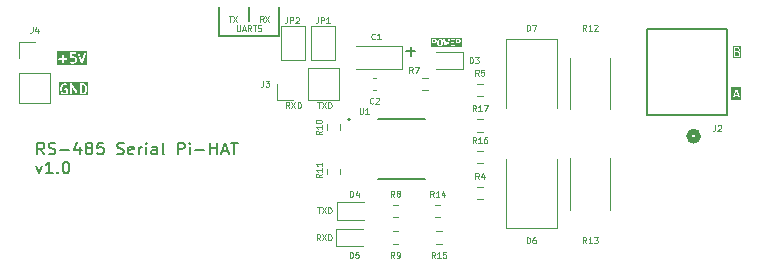
<source format=gbr>
G04 #@! TF.GenerationSoftware,KiCad,Pcbnew,8.0.6*
G04 #@! TF.CreationDate,2024-11-11T12:49:32-08:00*
G04 #@! TF.ProjectId,pi-zero-serial-hat,70692d7a-6572-46f2-9d73-657269616c2d,1.0*
G04 #@! TF.SameCoordinates,Original*
G04 #@! TF.FileFunction,Legend,Top*
G04 #@! TF.FilePolarity,Positive*
%FSLAX46Y46*%
G04 Gerber Fmt 4.6, Leading zero omitted, Abs format (unit mm)*
G04 Created by KiCad (PCBNEW 8.0.6) date 2024-11-11 12:49:32*
%MOMM*%
%LPD*%
G01*
G04 APERTURE LIST*
%ADD10C,0.150000*%
%ADD11C,0.125000*%
%ADD12C,0.100000*%
%ADD13C,0.120000*%
%ADD14C,0.127000*%
%ADD15C,0.200000*%
%ADD16C,0.152400*%
%ADD17C,0.508000*%
G04 APERTURE END LIST*
D10*
X153198779Y-100306866D02*
X153960684Y-100306866D01*
X153579731Y-100687819D02*
X153579731Y-99925914D01*
G36*
X125923503Y-103165942D02*
G01*
X125978567Y-103221006D01*
X126007537Y-103278945D01*
X126041398Y-103414387D01*
X126041398Y-103510202D01*
X126007537Y-103645643D01*
X125978567Y-103703582D01*
X125923502Y-103758648D01*
X125837561Y-103787295D01*
X125734255Y-103787295D01*
X125734255Y-103137295D01*
X125837561Y-103137295D01*
X125923503Y-103165942D01*
G37*
G36*
X126280287Y-104026184D02*
G01*
X123819175Y-104026184D01*
X123819175Y-103405152D01*
X123908064Y-103405152D01*
X123908064Y-103519438D01*
X123908315Y-103521991D01*
X123908153Y-103523084D01*
X123908962Y-103528558D01*
X123909505Y-103534070D01*
X123909927Y-103535090D01*
X123910303Y-103537629D01*
X123948399Y-103690010D01*
X123948784Y-103691089D01*
X123948823Y-103691628D01*
X123951147Y-103697703D01*
X123953346Y-103703855D01*
X123953668Y-103704290D01*
X123954078Y-103705360D01*
X123992173Y-103781550D01*
X123996136Y-103787846D01*
X123996894Y-103789676D01*
X123998583Y-103791734D01*
X124000005Y-103793993D01*
X124001503Y-103795292D01*
X124006222Y-103801042D01*
X124082412Y-103877233D01*
X124093777Y-103886560D01*
X124096267Y-103887591D01*
X124098303Y-103889357D01*
X124111728Y-103895351D01*
X124226014Y-103933446D01*
X124233267Y-103935095D01*
X124235099Y-103935854D01*
X124237753Y-103936115D01*
X124240351Y-103936706D01*
X124242325Y-103936565D01*
X124249731Y-103937295D01*
X124325922Y-103937295D01*
X124333327Y-103936565D01*
X124335302Y-103936706D01*
X124337899Y-103936115D01*
X124340554Y-103935854D01*
X124342385Y-103935095D01*
X124349639Y-103933446D01*
X124463924Y-103895351D01*
X124477350Y-103889357D01*
X124479386Y-103887590D01*
X124481875Y-103886560D01*
X124493240Y-103877233D01*
X124531336Y-103839137D01*
X124540664Y-103827772D01*
X124551735Y-103801042D01*
X124551862Y-103800736D01*
X124553303Y-103786104D01*
X124553303Y-103519438D01*
X124551862Y-103504806D01*
X124540663Y-103477770D01*
X124519971Y-103457078D01*
X124492935Y-103445879D01*
X124478303Y-103444438D01*
X124325922Y-103444438D01*
X124311290Y-103445879D01*
X124284254Y-103457078D01*
X124263562Y-103477770D01*
X124252363Y-103504806D01*
X124252363Y-103534070D01*
X124263562Y-103561106D01*
X124284254Y-103581798D01*
X124311290Y-103592997D01*
X124325922Y-103594438D01*
X124403303Y-103594438D01*
X124403303Y-103755038D01*
X124399693Y-103758648D01*
X124313752Y-103787295D01*
X124261901Y-103787295D01*
X124175959Y-103758648D01*
X124120894Y-103703582D01*
X124091924Y-103645642D01*
X124058064Y-103510202D01*
X124058064Y-103414387D01*
X124091924Y-103278946D01*
X124120894Y-103221006D01*
X124175958Y-103165942D01*
X124261901Y-103137295D01*
X124346312Y-103137295D01*
X124406666Y-103167472D01*
X124420398Y-103172727D01*
X124449588Y-103174801D01*
X124477349Y-103165547D01*
X124499457Y-103146374D01*
X124512544Y-103120199D01*
X124514618Y-103091009D01*
X124505364Y-103063248D01*
X124504538Y-103062295D01*
X124746160Y-103062295D01*
X124746160Y-103862295D01*
X124747601Y-103876927D01*
X124758800Y-103903963D01*
X124779492Y-103924655D01*
X124806528Y-103935854D01*
X124835792Y-103935854D01*
X124862828Y-103924655D01*
X124883520Y-103903963D01*
X124894719Y-103876927D01*
X124896160Y-103862295D01*
X124896160Y-103344711D01*
X125213185Y-103899505D01*
X125215373Y-103902588D01*
X125215943Y-103903963D01*
X125217342Y-103905362D01*
X125221695Y-103911495D01*
X125229583Y-103917603D01*
X125236635Y-103924655D01*
X125241053Y-103926485D01*
X125244833Y-103929412D01*
X125254454Y-103932036D01*
X125263671Y-103935854D01*
X125268452Y-103935854D01*
X125273064Y-103937112D01*
X125282961Y-103935854D01*
X125292935Y-103935854D01*
X125297350Y-103934024D01*
X125302094Y-103933422D01*
X125310758Y-103928471D01*
X125319971Y-103924655D01*
X125323349Y-103921276D01*
X125327503Y-103918903D01*
X125333612Y-103911013D01*
X125340663Y-103903963D01*
X125342492Y-103899546D01*
X125345420Y-103895766D01*
X125348044Y-103886142D01*
X125351862Y-103876927D01*
X125352598Y-103869444D01*
X125353120Y-103867534D01*
X125352932Y-103866058D01*
X125353303Y-103862295D01*
X125353303Y-103062295D01*
X125584255Y-103062295D01*
X125584255Y-103862295D01*
X125585696Y-103876927D01*
X125596895Y-103903963D01*
X125617587Y-103924655D01*
X125644623Y-103935854D01*
X125659255Y-103937295D01*
X125849731Y-103937295D01*
X125857136Y-103936565D01*
X125859111Y-103936706D01*
X125861708Y-103936115D01*
X125864363Y-103935854D01*
X125866194Y-103935095D01*
X125873448Y-103933446D01*
X125987734Y-103895351D01*
X126001159Y-103889357D01*
X126003194Y-103887591D01*
X126005685Y-103886560D01*
X126017050Y-103877233D01*
X126093241Y-103801041D01*
X126097958Y-103795292D01*
X126099457Y-103793993D01*
X126100878Y-103791734D01*
X126102568Y-103789676D01*
X126103325Y-103787846D01*
X126107289Y-103781550D01*
X126145384Y-103705360D01*
X126145793Y-103704290D01*
X126146116Y-103703855D01*
X126148314Y-103697703D01*
X126150639Y-103691628D01*
X126150677Y-103691089D01*
X126151063Y-103690010D01*
X126189159Y-103537628D01*
X126189534Y-103535091D01*
X126189957Y-103534070D01*
X126190499Y-103528557D01*
X126191309Y-103523084D01*
X126191146Y-103521991D01*
X126191398Y-103519438D01*
X126191398Y-103405152D01*
X126191146Y-103402598D01*
X126191309Y-103401506D01*
X126190499Y-103396032D01*
X126189957Y-103390520D01*
X126189534Y-103389498D01*
X126189159Y-103386962D01*
X126151063Y-103234580D01*
X126150677Y-103233500D01*
X126150639Y-103232962D01*
X126148314Y-103226886D01*
X126146116Y-103220735D01*
X126145793Y-103220299D01*
X126145384Y-103219230D01*
X126107289Y-103143039D01*
X126103326Y-103136744D01*
X126102568Y-103134912D01*
X126100876Y-103132850D01*
X126099457Y-103130596D01*
X126097960Y-103129297D01*
X126093240Y-103123547D01*
X126017050Y-103047357D01*
X126005685Y-103038030D01*
X126003194Y-103036998D01*
X126001159Y-103035233D01*
X125987734Y-103029239D01*
X125873448Y-102991144D01*
X125866194Y-102989494D01*
X125864363Y-102988736D01*
X125861708Y-102988474D01*
X125859111Y-102987884D01*
X125857136Y-102988024D01*
X125849731Y-102987295D01*
X125659255Y-102987295D01*
X125644623Y-102988736D01*
X125617587Y-102999935D01*
X125596895Y-103020627D01*
X125585696Y-103047663D01*
X125584255Y-103062295D01*
X125353303Y-103062295D01*
X125351862Y-103047663D01*
X125340663Y-103020627D01*
X125319971Y-102999935D01*
X125292935Y-102988736D01*
X125263671Y-102988736D01*
X125236635Y-102999935D01*
X125215943Y-103020627D01*
X125204744Y-103047663D01*
X125203303Y-103062295D01*
X125203303Y-103579878D01*
X124886278Y-103025085D01*
X124884089Y-103022001D01*
X124883520Y-103020627D01*
X124882120Y-103019227D01*
X124877768Y-103013095D01*
X124869878Y-103006985D01*
X124862828Y-102999935D01*
X124858411Y-102998105D01*
X124854631Y-102995178D01*
X124845007Y-102992553D01*
X124835792Y-102988736D01*
X124831011Y-102988736D01*
X124826399Y-102987478D01*
X124816502Y-102988736D01*
X124806528Y-102988736D01*
X124802112Y-102990565D01*
X124797369Y-102991168D01*
X124788704Y-102996118D01*
X124779492Y-102999935D01*
X124776113Y-103003313D01*
X124771960Y-103005687D01*
X124765850Y-103013576D01*
X124758800Y-103020627D01*
X124756970Y-103025043D01*
X124754043Y-103028824D01*
X124751418Y-103038447D01*
X124747601Y-103047663D01*
X124746864Y-103055145D01*
X124746343Y-103057056D01*
X124746530Y-103058531D01*
X124746160Y-103062295D01*
X124504538Y-103062295D01*
X124486191Y-103041140D01*
X124473748Y-103033308D01*
X124397558Y-102995213D01*
X124383826Y-102989958D01*
X124381138Y-102989767D01*
X124378649Y-102988736D01*
X124364017Y-102987295D01*
X124249731Y-102987295D01*
X124242325Y-102988024D01*
X124240351Y-102987884D01*
X124237753Y-102988474D01*
X124235099Y-102988736D01*
X124233267Y-102989494D01*
X124226014Y-102991144D01*
X124111728Y-103029239D01*
X124098303Y-103035233D01*
X124096269Y-103036996D01*
X124093777Y-103038029D01*
X124082412Y-103047357D01*
X124006222Y-103123547D01*
X124001503Y-103129296D01*
X124000005Y-103130596D01*
X123998583Y-103132855D01*
X123996895Y-103134912D01*
X123996137Y-103136739D01*
X123992173Y-103143039D01*
X123954078Y-103219230D01*
X123953668Y-103220299D01*
X123953346Y-103220735D01*
X123951147Y-103226886D01*
X123948823Y-103232962D01*
X123948784Y-103233500D01*
X123948399Y-103234580D01*
X123910303Y-103386961D01*
X123909927Y-103389499D01*
X123909505Y-103390520D01*
X123908962Y-103396031D01*
X123908153Y-103401506D01*
X123908315Y-103402598D01*
X123908064Y-103405152D01*
X123819175Y-103405152D01*
X123819175Y-102898406D01*
X126280287Y-102898406D01*
X126280287Y-104026184D01*
G37*
G36*
X126155888Y-101426184D02*
G01*
X123658712Y-101426184D01*
X123658712Y-100942901D01*
X123747601Y-100942901D01*
X123747601Y-100972165D01*
X123758800Y-100999201D01*
X123779492Y-101019893D01*
X123806528Y-101031092D01*
X123821160Y-101032533D01*
X124050922Y-101032533D01*
X124050922Y-101262295D01*
X124052363Y-101276927D01*
X124063562Y-101303963D01*
X124084254Y-101324655D01*
X124111290Y-101335854D01*
X124140554Y-101335854D01*
X124167590Y-101324655D01*
X124188282Y-101303963D01*
X124199481Y-101276927D01*
X124200922Y-101262295D01*
X124200922Y-101032533D01*
X124430684Y-101032533D01*
X124445316Y-101031092D01*
X124472352Y-101019893D01*
X124493044Y-100999201D01*
X124504243Y-100972165D01*
X124504243Y-100942901D01*
X124493044Y-100915865D01*
X124472352Y-100895173D01*
X124445316Y-100883974D01*
X124430684Y-100882533D01*
X124200922Y-100882533D01*
X124200922Y-100850487D01*
X124698890Y-100850487D01*
X124699981Y-100854102D01*
X124699981Y-100857877D01*
X124704174Y-100868003D01*
X124707343Y-100878503D01*
X124709734Y-100881425D01*
X124711179Y-100884914D01*
X124718933Y-100892668D01*
X124725874Y-100901151D01*
X124729200Y-100902935D01*
X124731872Y-100905607D01*
X124742001Y-100909802D01*
X124751661Y-100914985D01*
X124755419Y-100915360D01*
X124758908Y-100916806D01*
X124769870Y-100916806D01*
X124780780Y-100917897D01*
X124784396Y-100916806D01*
X124788170Y-100916806D01*
X124798296Y-100912612D01*
X124808796Y-100909444D01*
X124811718Y-100907052D01*
X124815207Y-100905608D01*
X124826572Y-100896281D01*
X124856062Y-100866791D01*
X124905531Y-100842057D01*
X125060597Y-100842057D01*
X125110066Y-100866791D01*
X125130948Y-100887673D01*
X125155683Y-100937142D01*
X125155683Y-101092209D01*
X125130948Y-101141677D01*
X125110065Y-101162561D01*
X125060597Y-101187295D01*
X124905531Y-101187295D01*
X124856063Y-101162561D01*
X124826573Y-101133071D01*
X124815208Y-101123744D01*
X124788171Y-101112545D01*
X124758909Y-101112545D01*
X124731872Y-101123744D01*
X124711180Y-101144436D01*
X124699981Y-101171473D01*
X124699981Y-101200735D01*
X124711180Y-101227772D01*
X124720507Y-101239137D01*
X124758603Y-101277233D01*
X124764353Y-101281953D01*
X124765652Y-101283450D01*
X124767906Y-101284869D01*
X124769968Y-101286561D01*
X124771800Y-101287319D01*
X124778095Y-101291282D01*
X124854285Y-101329377D01*
X124868017Y-101334632D01*
X124870704Y-101334822D01*
X124873194Y-101335854D01*
X124887826Y-101337295D01*
X125078302Y-101337295D01*
X125092934Y-101335854D01*
X125095423Y-101334822D01*
X125098111Y-101334632D01*
X125111843Y-101329377D01*
X125188034Y-101291282D01*
X125194333Y-101287317D01*
X125196161Y-101286560D01*
X125198217Y-101284872D01*
X125200477Y-101283450D01*
X125201777Y-101281950D01*
X125207527Y-101277232D01*
X125245622Y-101239136D01*
X125250339Y-101233387D01*
X125251838Y-101232088D01*
X125253259Y-101229829D01*
X125254949Y-101227771D01*
X125255706Y-101225941D01*
X125259670Y-101219645D01*
X125297765Y-101143455D01*
X125303020Y-101129723D01*
X125303210Y-101127035D01*
X125304242Y-101124546D01*
X125305683Y-101109914D01*
X125305683Y-100919438D01*
X125304242Y-100904806D01*
X125303210Y-100902316D01*
X125303020Y-100899629D01*
X125297765Y-100885897D01*
X125259670Y-100809706D01*
X125255705Y-100803406D01*
X125254948Y-100801579D01*
X125253259Y-100799522D01*
X125251838Y-100797263D01*
X125250339Y-100795963D01*
X125245621Y-100790214D01*
X125207526Y-100752119D01*
X125201776Y-100747400D01*
X125200477Y-100745902D01*
X125198217Y-100744480D01*
X125196161Y-100742792D01*
X125194333Y-100742034D01*
X125188034Y-100738070D01*
X125111843Y-100699975D01*
X125098111Y-100694720D01*
X125095423Y-100694529D01*
X125092934Y-100693498D01*
X125078302Y-100692057D01*
X124887826Y-100692057D01*
X124873194Y-100693498D01*
X124870704Y-100694529D01*
X124868017Y-100694720D01*
X124863598Y-100696410D01*
X124879510Y-100537295D01*
X125192588Y-100537295D01*
X125207220Y-100535854D01*
X125234256Y-100524655D01*
X125254948Y-100503963D01*
X125266147Y-100476927D01*
X125266147Y-100471675D01*
X125384844Y-100471675D01*
X125388104Y-100486012D01*
X125654771Y-101286012D01*
X125660765Y-101299437D01*
X125664275Y-101303484D01*
X125666672Y-101308278D01*
X125673776Y-101314440D01*
X125679939Y-101321545D01*
X125684732Y-101323941D01*
X125688780Y-101327452D01*
X125697701Y-101330425D01*
X125706112Y-101334631D01*
X125711456Y-101335010D01*
X125716542Y-101336706D01*
X125725922Y-101336039D01*
X125735302Y-101336706D01*
X125740387Y-101335010D01*
X125745732Y-101334631D01*
X125754141Y-101330426D01*
X125763065Y-101327452D01*
X125767113Y-101323940D01*
X125771905Y-101321545D01*
X125778066Y-101314441D01*
X125785172Y-101308278D01*
X125787568Y-101303484D01*
X125791079Y-101299437D01*
X125797073Y-101286012D01*
X126063739Y-100486012D01*
X126066999Y-100471675D01*
X126064925Y-100442485D01*
X126051838Y-100416311D01*
X126029731Y-100397138D01*
X126001968Y-100387884D01*
X125972778Y-100389958D01*
X125946605Y-100403045D01*
X125927431Y-100425152D01*
X125921437Y-100438578D01*
X125725921Y-101025124D01*
X125530406Y-100438578D01*
X125524412Y-100425152D01*
X125505238Y-100403045D01*
X125479065Y-100389959D01*
X125449875Y-100387884D01*
X125422112Y-100397138D01*
X125400005Y-100416312D01*
X125386919Y-100442485D01*
X125384844Y-100471675D01*
X125266147Y-100471675D01*
X125266147Y-100447663D01*
X125254948Y-100420627D01*
X125234256Y-100399935D01*
X125207220Y-100388736D01*
X125192588Y-100387295D01*
X124811636Y-100387295D01*
X124806224Y-100387827D01*
X124804396Y-100387645D01*
X124802609Y-100388183D01*
X124797004Y-100388736D01*
X124786877Y-100392930D01*
X124776380Y-100396098D01*
X124773456Y-100398489D01*
X124769968Y-100399935D01*
X124762214Y-100407688D01*
X124753732Y-100414629D01*
X124751947Y-100417955D01*
X124749276Y-100420627D01*
X124745080Y-100430756D01*
X124739898Y-100440416D01*
X124738790Y-100445940D01*
X124738077Y-100447663D01*
X124738077Y-100449499D01*
X124737008Y-100454832D01*
X124698912Y-100835784D01*
X124698890Y-100850487D01*
X124200922Y-100850487D01*
X124200922Y-100652771D01*
X124199481Y-100638139D01*
X124188282Y-100611103D01*
X124167590Y-100590411D01*
X124140554Y-100579212D01*
X124111290Y-100579212D01*
X124084254Y-100590411D01*
X124063562Y-100611103D01*
X124052363Y-100638139D01*
X124050922Y-100652771D01*
X124050922Y-100882533D01*
X123821160Y-100882533D01*
X123806528Y-100883974D01*
X123779492Y-100895173D01*
X123758800Y-100915865D01*
X123747601Y-100942901D01*
X123658712Y-100942901D01*
X123658712Y-100298406D01*
X126155888Y-100298406D01*
X126155888Y-101426184D01*
G37*
X137332000Y-98968000D02*
X137332000Y-96568000D01*
X139932000Y-96568000D02*
X139932000Y-97768000D01*
D11*
X145661855Y-104600309D02*
X145947569Y-104600309D01*
X145804712Y-105100309D02*
X145804712Y-104600309D01*
X146066616Y-104600309D02*
X146399949Y-105100309D01*
X146399949Y-104600309D02*
X146066616Y-105100309D01*
X146590425Y-105100309D02*
X146590425Y-104600309D01*
X146590425Y-104600309D02*
X146709473Y-104600309D01*
X146709473Y-104600309D02*
X146780901Y-104624119D01*
X146780901Y-104624119D02*
X146828520Y-104671738D01*
X146828520Y-104671738D02*
X146852330Y-104719357D01*
X146852330Y-104719357D02*
X146876139Y-104814595D01*
X146876139Y-104814595D02*
X146876139Y-104886023D01*
X146876139Y-104886023D02*
X146852330Y-104981261D01*
X146852330Y-104981261D02*
X146828520Y-105028880D01*
X146828520Y-105028880D02*
X146780901Y-105076500D01*
X146780901Y-105076500D02*
X146709473Y-105100309D01*
X146709473Y-105100309D02*
X146590425Y-105100309D01*
X145918997Y-116300309D02*
X145752331Y-116062214D01*
X145633283Y-116300309D02*
X145633283Y-115800309D01*
X145633283Y-115800309D02*
X145823759Y-115800309D01*
X145823759Y-115800309D02*
X145871378Y-115824119D01*
X145871378Y-115824119D02*
X145895188Y-115847928D01*
X145895188Y-115847928D02*
X145918997Y-115895547D01*
X145918997Y-115895547D02*
X145918997Y-115966976D01*
X145918997Y-115966976D02*
X145895188Y-116014595D01*
X145895188Y-116014595D02*
X145871378Y-116038404D01*
X145871378Y-116038404D02*
X145823759Y-116062214D01*
X145823759Y-116062214D02*
X145633283Y-116062214D01*
X146085664Y-115800309D02*
X146418997Y-116300309D01*
X146418997Y-115800309D02*
X146085664Y-116300309D01*
X146609473Y-116300309D02*
X146609473Y-115800309D01*
X146609473Y-115800309D02*
X146728521Y-115800309D01*
X146728521Y-115800309D02*
X146799949Y-115824119D01*
X146799949Y-115824119D02*
X146847568Y-115871738D01*
X146847568Y-115871738D02*
X146871378Y-115919357D01*
X146871378Y-115919357D02*
X146895187Y-116014595D01*
X146895187Y-116014595D02*
X146895187Y-116086023D01*
X146895187Y-116086023D02*
X146871378Y-116181261D01*
X146871378Y-116181261D02*
X146847568Y-116228880D01*
X146847568Y-116228880D02*
X146799949Y-116276500D01*
X146799949Y-116276500D02*
X146728521Y-116300309D01*
X146728521Y-116300309D02*
X146609473Y-116300309D01*
X138833283Y-98100309D02*
X138833283Y-98505071D01*
X138833283Y-98505071D02*
X138857093Y-98552690D01*
X138857093Y-98552690D02*
X138880902Y-98576500D01*
X138880902Y-98576500D02*
X138928521Y-98600309D01*
X138928521Y-98600309D02*
X139023759Y-98600309D01*
X139023759Y-98600309D02*
X139071378Y-98576500D01*
X139071378Y-98576500D02*
X139095188Y-98552690D01*
X139095188Y-98552690D02*
X139118997Y-98505071D01*
X139118997Y-98505071D02*
X139118997Y-98100309D01*
X139333284Y-98457452D02*
X139571379Y-98457452D01*
X139285665Y-98600309D02*
X139452331Y-98100309D01*
X139452331Y-98100309D02*
X139618998Y-98600309D01*
X140071378Y-98600309D02*
X139904712Y-98362214D01*
X139785664Y-98600309D02*
X139785664Y-98100309D01*
X139785664Y-98100309D02*
X139976140Y-98100309D01*
X139976140Y-98100309D02*
X140023759Y-98124119D01*
X140023759Y-98124119D02*
X140047569Y-98147928D01*
X140047569Y-98147928D02*
X140071378Y-98195547D01*
X140071378Y-98195547D02*
X140071378Y-98266976D01*
X140071378Y-98266976D02*
X140047569Y-98314595D01*
X140047569Y-98314595D02*
X140023759Y-98338404D01*
X140023759Y-98338404D02*
X139976140Y-98362214D01*
X139976140Y-98362214D02*
X139785664Y-98362214D01*
X140214236Y-98100309D02*
X140499950Y-98100309D01*
X140357093Y-98600309D02*
X140357093Y-98100309D01*
X140904711Y-98100309D02*
X140666616Y-98100309D01*
X140666616Y-98100309D02*
X140642807Y-98338404D01*
X140642807Y-98338404D02*
X140666616Y-98314595D01*
X140666616Y-98314595D02*
X140714235Y-98290785D01*
X140714235Y-98290785D02*
X140833283Y-98290785D01*
X140833283Y-98290785D02*
X140880902Y-98314595D01*
X140880902Y-98314595D02*
X140904711Y-98338404D01*
X140904711Y-98338404D02*
X140928521Y-98386023D01*
X140928521Y-98386023D02*
X140928521Y-98505071D01*
X140928521Y-98505071D02*
X140904711Y-98552690D01*
X140904711Y-98552690D02*
X140880902Y-98576500D01*
X140880902Y-98576500D02*
X140833283Y-98600309D01*
X140833283Y-98600309D02*
X140714235Y-98600309D01*
X140714235Y-98600309D02*
X140666616Y-98576500D01*
X140666616Y-98576500D02*
X140642807Y-98552690D01*
G36*
X156134356Y-99375485D02*
G01*
X156162561Y-99403690D01*
X156180307Y-99474671D01*
X156180307Y-99625946D01*
X156162561Y-99696926D01*
X156134354Y-99725134D01*
X156109005Y-99737809D01*
X156043275Y-99737809D01*
X156017926Y-99725134D01*
X155989718Y-99696926D01*
X155971974Y-99625948D01*
X155971974Y-99474669D01*
X155989718Y-99403690D01*
X156017925Y-99375483D01*
X156043274Y-99362809D01*
X156109005Y-99362809D01*
X156134356Y-99375485D01*
G37*
G36*
X157681977Y-99375485D02*
G01*
X157691442Y-99384950D01*
X157704117Y-99410300D01*
X157704117Y-99452222D01*
X157691442Y-99477572D01*
X157681977Y-99487037D01*
X157656625Y-99499714D01*
X157543403Y-99499714D01*
X157543403Y-99362809D01*
X157656625Y-99362809D01*
X157681977Y-99375485D01*
G37*
G36*
X155634357Y-99375485D02*
G01*
X155643822Y-99384950D01*
X155656497Y-99410300D01*
X155656497Y-99452222D01*
X155643822Y-99477572D01*
X155634357Y-99487037D01*
X155609005Y-99499714D01*
X155495783Y-99499714D01*
X155495783Y-99362809D01*
X155609005Y-99362809D01*
X155634357Y-99375485D01*
G37*
G36*
X157891617Y-99925309D02*
G01*
X155308283Y-99925309D01*
X155308283Y-99300309D01*
X155370783Y-99300309D01*
X155370783Y-99800309D01*
X155375541Y-99824227D01*
X155409365Y-99858051D01*
X155457201Y-99858051D01*
X155491025Y-99824227D01*
X155495783Y-99800309D01*
X155495783Y-99624714D01*
X155623759Y-99624714D01*
X155626830Y-99624102D01*
X155628190Y-99624556D01*
X155637846Y-99621911D01*
X155647677Y-99619956D01*
X155648691Y-99618941D01*
X155651710Y-99618115D01*
X155699329Y-99594305D01*
X155707237Y-99588166D01*
X155715571Y-99582599D01*
X155739381Y-99558790D01*
X155744945Y-99550462D01*
X155751090Y-99542545D01*
X155774899Y-99494927D01*
X155775725Y-99491907D01*
X155776739Y-99490894D01*
X155778693Y-99481066D01*
X155781339Y-99471406D01*
X155780886Y-99470047D01*
X155781497Y-99466976D01*
X155846974Y-99466976D01*
X155846974Y-99633642D01*
X155848467Y-99641151D01*
X155848840Y-99648800D01*
X155872649Y-99744038D01*
X155875540Y-99750157D01*
X155875540Y-99752797D01*
X155879796Y-99759168D01*
X155883066Y-99766088D01*
X155885326Y-99767444D01*
X155889088Y-99773074D01*
X155936707Y-99820694D01*
X155945040Y-99826261D01*
X155952952Y-99832402D01*
X156000570Y-99856211D01*
X156003589Y-99857037D01*
X156004603Y-99858051D01*
X156014430Y-99860005D01*
X156024091Y-99862651D01*
X156025449Y-99862198D01*
X156028521Y-99862809D01*
X156123759Y-99862809D01*
X156126828Y-99862198D01*
X156128189Y-99862652D01*
X156137855Y-99860004D01*
X156147677Y-99858051D01*
X156148690Y-99857037D01*
X156151709Y-99856211D01*
X156199328Y-99832402D01*
X156207236Y-99826263D01*
X156215573Y-99820694D01*
X156263192Y-99773074D01*
X156266951Y-99767446D01*
X156269214Y-99766089D01*
X156272486Y-99759162D01*
X156276739Y-99752797D01*
X156276739Y-99750160D01*
X156279631Y-99744039D01*
X156303441Y-99648801D01*
X156303813Y-99641151D01*
X156305307Y-99633642D01*
X156305307Y-99466976D01*
X156303813Y-99459466D01*
X156303441Y-99451817D01*
X156279631Y-99356579D01*
X156276739Y-99350457D01*
X156276739Y-99347821D01*
X156272487Y-99341457D01*
X156269214Y-99334529D01*
X156266950Y-99333171D01*
X156263191Y-99327544D01*
X156226063Y-99290416D01*
X156347762Y-99290416D01*
X156348674Y-99314785D01*
X156467722Y-99814785D01*
X156477890Y-99836951D01*
X156485850Y-99841850D01*
X156490534Y-99849939D01*
X156505466Y-99853920D01*
X156518629Y-99862021D01*
X156527722Y-99859855D01*
X156536754Y-99862264D01*
X156550128Y-99854520D01*
X156565164Y-99850941D01*
X156570063Y-99842980D01*
X156578152Y-99838297D01*
X156588912Y-99816413D01*
X156623760Y-99685732D01*
X156658608Y-99816413D01*
X156669368Y-99838297D01*
X156677457Y-99842980D01*
X156682356Y-99850941D01*
X156697390Y-99854520D01*
X156710765Y-99862264D01*
X156719796Y-99859855D01*
X156728891Y-99862021D01*
X156742056Y-99853919D01*
X156756986Y-99849938D01*
X156761668Y-99841850D01*
X156769630Y-99836951D01*
X156779798Y-99814785D01*
X156898846Y-99314785D01*
X156899388Y-99300309D01*
X156966022Y-99300309D01*
X156966022Y-99800309D01*
X156970780Y-99824227D01*
X157004604Y-99858051D01*
X157028522Y-99862809D01*
X157266617Y-99862809D01*
X157290535Y-99858051D01*
X157324359Y-99824227D01*
X157324359Y-99776391D01*
X157290535Y-99742567D01*
X157266617Y-99737809D01*
X157091022Y-99737809D01*
X157091022Y-99600904D01*
X157195189Y-99600904D01*
X157219107Y-99596146D01*
X157252931Y-99562322D01*
X157252931Y-99514486D01*
X157219107Y-99480662D01*
X157195189Y-99475904D01*
X157091022Y-99475904D01*
X157091022Y-99362809D01*
X157266617Y-99362809D01*
X157290535Y-99358051D01*
X157324359Y-99324227D01*
X157324359Y-99300309D01*
X157418403Y-99300309D01*
X157418403Y-99800309D01*
X157423161Y-99824227D01*
X157456985Y-99858051D01*
X157504821Y-99858051D01*
X157538645Y-99824227D01*
X157543403Y-99800309D01*
X157543403Y-99624714D01*
X157567410Y-99624714D01*
X157715415Y-99836151D01*
X157733029Y-99853016D01*
X157780136Y-99861329D01*
X157819324Y-99833897D01*
X157827637Y-99786791D01*
X157817819Y-99764468D01*
X157711213Y-99612173D01*
X157746949Y-99594305D01*
X157754857Y-99588166D01*
X157763191Y-99582599D01*
X157787001Y-99558790D01*
X157792565Y-99550462D01*
X157798710Y-99542545D01*
X157822519Y-99494927D01*
X157823345Y-99491907D01*
X157824359Y-99490894D01*
X157826313Y-99481066D01*
X157828959Y-99471406D01*
X157828506Y-99470047D01*
X157829117Y-99466976D01*
X157829117Y-99395547D01*
X157828506Y-99392475D01*
X157828959Y-99391117D01*
X157826313Y-99381456D01*
X157824359Y-99371629D01*
X157823345Y-99370615D01*
X157822519Y-99367596D01*
X157798710Y-99319978D01*
X157792565Y-99312060D01*
X157787001Y-99303733D01*
X157763191Y-99279924D01*
X157754857Y-99274356D01*
X157746949Y-99268218D01*
X157699330Y-99244408D01*
X157696311Y-99243581D01*
X157695297Y-99242567D01*
X157685466Y-99240611D01*
X157675810Y-99237967D01*
X157674450Y-99238420D01*
X157671379Y-99237809D01*
X157480903Y-99237809D01*
X157456985Y-99242567D01*
X157423161Y-99276391D01*
X157418403Y-99300309D01*
X157324359Y-99300309D01*
X157324359Y-99276391D01*
X157290535Y-99242567D01*
X157266617Y-99237809D01*
X157028522Y-99237809D01*
X157004604Y-99242567D01*
X156970780Y-99276391D01*
X156966022Y-99300309D01*
X156899388Y-99300309D01*
X156899758Y-99290416D01*
X156874688Y-99249677D01*
X156828153Y-99238597D01*
X156787414Y-99263667D01*
X156777246Y-99285833D01*
X156715568Y-99544879D01*
X156684150Y-99427062D01*
X156673390Y-99405178D01*
X156666015Y-99400908D01*
X156661748Y-99393537D01*
X156646053Y-99389351D01*
X156631992Y-99381211D01*
X156623759Y-99383406D01*
X156615527Y-99381211D01*
X156601468Y-99389350D01*
X156585772Y-99393536D01*
X156581503Y-99400909D01*
X156574130Y-99405178D01*
X156563370Y-99427062D01*
X156531951Y-99544879D01*
X156470274Y-99285833D01*
X156460106Y-99263667D01*
X156419367Y-99238597D01*
X156372832Y-99249677D01*
X156347762Y-99290416D01*
X156226063Y-99290416D01*
X156215572Y-99279925D01*
X156207240Y-99274358D01*
X156199329Y-99268218D01*
X156151710Y-99244408D01*
X156148691Y-99243581D01*
X156147677Y-99242567D01*
X156137846Y-99240611D01*
X156128190Y-99237967D01*
X156126830Y-99238420D01*
X156123759Y-99237809D01*
X156028521Y-99237809D01*
X156025449Y-99238420D01*
X156024090Y-99237967D01*
X156014428Y-99240612D01*
X156004603Y-99242567D01*
X156003589Y-99243580D01*
X156000570Y-99244407D01*
X155952951Y-99268218D01*
X155945039Y-99274358D01*
X155936708Y-99279925D01*
X155889089Y-99327544D01*
X155885328Y-99333172D01*
X155883066Y-99334530D01*
X155879794Y-99341454D01*
X155875541Y-99347821D01*
X155875541Y-99350458D01*
X155872649Y-99356580D01*
X155848840Y-99451818D01*
X155848467Y-99459466D01*
X155846974Y-99466976D01*
X155781497Y-99466976D01*
X155781497Y-99395547D01*
X155780886Y-99392475D01*
X155781339Y-99391117D01*
X155778693Y-99381456D01*
X155776739Y-99371629D01*
X155775725Y-99370615D01*
X155774899Y-99367596D01*
X155751090Y-99319978D01*
X155744945Y-99312060D01*
X155739381Y-99303733D01*
X155715571Y-99279924D01*
X155707237Y-99274356D01*
X155699329Y-99268218D01*
X155651710Y-99244408D01*
X155648691Y-99243581D01*
X155647677Y-99242567D01*
X155637846Y-99240611D01*
X155628190Y-99237967D01*
X155626830Y-99238420D01*
X155623759Y-99237809D01*
X155433283Y-99237809D01*
X155409365Y-99242567D01*
X155375541Y-99276391D01*
X155370783Y-99300309D01*
X155308283Y-99300309D01*
X155308283Y-99175309D01*
X157891617Y-99175309D01*
X157891617Y-99925309D01*
G37*
X141118997Y-97800309D02*
X140952331Y-97562214D01*
X140833283Y-97800309D02*
X140833283Y-97300309D01*
X140833283Y-97300309D02*
X141023759Y-97300309D01*
X141023759Y-97300309D02*
X141071378Y-97324119D01*
X141071378Y-97324119D02*
X141095188Y-97347928D01*
X141095188Y-97347928D02*
X141118997Y-97395547D01*
X141118997Y-97395547D02*
X141118997Y-97466976D01*
X141118997Y-97466976D02*
X141095188Y-97514595D01*
X141095188Y-97514595D02*
X141071378Y-97538404D01*
X141071378Y-97538404D02*
X141023759Y-97562214D01*
X141023759Y-97562214D02*
X140833283Y-97562214D01*
X141285664Y-97300309D02*
X141618997Y-97800309D01*
X141618997Y-97300309D02*
X141285664Y-97800309D01*
D10*
X122540207Y-109027875D02*
X122206874Y-108551684D01*
X121968779Y-109027875D02*
X121968779Y-108027875D01*
X121968779Y-108027875D02*
X122349731Y-108027875D01*
X122349731Y-108027875D02*
X122444969Y-108075494D01*
X122444969Y-108075494D02*
X122492588Y-108123113D01*
X122492588Y-108123113D02*
X122540207Y-108218351D01*
X122540207Y-108218351D02*
X122540207Y-108361208D01*
X122540207Y-108361208D02*
X122492588Y-108456446D01*
X122492588Y-108456446D02*
X122444969Y-108504065D01*
X122444969Y-108504065D02*
X122349731Y-108551684D01*
X122349731Y-108551684D02*
X121968779Y-108551684D01*
X122921160Y-108980256D02*
X123064017Y-109027875D01*
X123064017Y-109027875D02*
X123302112Y-109027875D01*
X123302112Y-109027875D02*
X123397350Y-108980256D01*
X123397350Y-108980256D02*
X123444969Y-108932636D01*
X123444969Y-108932636D02*
X123492588Y-108837398D01*
X123492588Y-108837398D02*
X123492588Y-108742160D01*
X123492588Y-108742160D02*
X123444969Y-108646922D01*
X123444969Y-108646922D02*
X123397350Y-108599303D01*
X123397350Y-108599303D02*
X123302112Y-108551684D01*
X123302112Y-108551684D02*
X123111636Y-108504065D01*
X123111636Y-108504065D02*
X123016398Y-108456446D01*
X123016398Y-108456446D02*
X122968779Y-108408827D01*
X122968779Y-108408827D02*
X122921160Y-108313589D01*
X122921160Y-108313589D02*
X122921160Y-108218351D01*
X122921160Y-108218351D02*
X122968779Y-108123113D01*
X122968779Y-108123113D02*
X123016398Y-108075494D01*
X123016398Y-108075494D02*
X123111636Y-108027875D01*
X123111636Y-108027875D02*
X123349731Y-108027875D01*
X123349731Y-108027875D02*
X123492588Y-108075494D01*
X123921160Y-108646922D02*
X124683065Y-108646922D01*
X125587826Y-108361208D02*
X125587826Y-109027875D01*
X125349731Y-107980256D02*
X125111636Y-108694541D01*
X125111636Y-108694541D02*
X125730683Y-108694541D01*
X126254493Y-108456446D02*
X126159255Y-108408827D01*
X126159255Y-108408827D02*
X126111636Y-108361208D01*
X126111636Y-108361208D02*
X126064017Y-108265970D01*
X126064017Y-108265970D02*
X126064017Y-108218351D01*
X126064017Y-108218351D02*
X126111636Y-108123113D01*
X126111636Y-108123113D02*
X126159255Y-108075494D01*
X126159255Y-108075494D02*
X126254493Y-108027875D01*
X126254493Y-108027875D02*
X126444969Y-108027875D01*
X126444969Y-108027875D02*
X126540207Y-108075494D01*
X126540207Y-108075494D02*
X126587826Y-108123113D01*
X126587826Y-108123113D02*
X126635445Y-108218351D01*
X126635445Y-108218351D02*
X126635445Y-108265970D01*
X126635445Y-108265970D02*
X126587826Y-108361208D01*
X126587826Y-108361208D02*
X126540207Y-108408827D01*
X126540207Y-108408827D02*
X126444969Y-108456446D01*
X126444969Y-108456446D02*
X126254493Y-108456446D01*
X126254493Y-108456446D02*
X126159255Y-108504065D01*
X126159255Y-108504065D02*
X126111636Y-108551684D01*
X126111636Y-108551684D02*
X126064017Y-108646922D01*
X126064017Y-108646922D02*
X126064017Y-108837398D01*
X126064017Y-108837398D02*
X126111636Y-108932636D01*
X126111636Y-108932636D02*
X126159255Y-108980256D01*
X126159255Y-108980256D02*
X126254493Y-109027875D01*
X126254493Y-109027875D02*
X126444969Y-109027875D01*
X126444969Y-109027875D02*
X126540207Y-108980256D01*
X126540207Y-108980256D02*
X126587826Y-108932636D01*
X126587826Y-108932636D02*
X126635445Y-108837398D01*
X126635445Y-108837398D02*
X126635445Y-108646922D01*
X126635445Y-108646922D02*
X126587826Y-108551684D01*
X126587826Y-108551684D02*
X126540207Y-108504065D01*
X126540207Y-108504065D02*
X126444969Y-108456446D01*
X127540207Y-108027875D02*
X127064017Y-108027875D01*
X127064017Y-108027875D02*
X127016398Y-108504065D01*
X127016398Y-108504065D02*
X127064017Y-108456446D01*
X127064017Y-108456446D02*
X127159255Y-108408827D01*
X127159255Y-108408827D02*
X127397350Y-108408827D01*
X127397350Y-108408827D02*
X127492588Y-108456446D01*
X127492588Y-108456446D02*
X127540207Y-108504065D01*
X127540207Y-108504065D02*
X127587826Y-108599303D01*
X127587826Y-108599303D02*
X127587826Y-108837398D01*
X127587826Y-108837398D02*
X127540207Y-108932636D01*
X127540207Y-108932636D02*
X127492588Y-108980256D01*
X127492588Y-108980256D02*
X127397350Y-109027875D01*
X127397350Y-109027875D02*
X127159255Y-109027875D01*
X127159255Y-109027875D02*
X127064017Y-108980256D01*
X127064017Y-108980256D02*
X127016398Y-108932636D01*
X128730684Y-108980256D02*
X128873541Y-109027875D01*
X128873541Y-109027875D02*
X129111636Y-109027875D01*
X129111636Y-109027875D02*
X129206874Y-108980256D01*
X129206874Y-108980256D02*
X129254493Y-108932636D01*
X129254493Y-108932636D02*
X129302112Y-108837398D01*
X129302112Y-108837398D02*
X129302112Y-108742160D01*
X129302112Y-108742160D02*
X129254493Y-108646922D01*
X129254493Y-108646922D02*
X129206874Y-108599303D01*
X129206874Y-108599303D02*
X129111636Y-108551684D01*
X129111636Y-108551684D02*
X128921160Y-108504065D01*
X128921160Y-108504065D02*
X128825922Y-108456446D01*
X128825922Y-108456446D02*
X128778303Y-108408827D01*
X128778303Y-108408827D02*
X128730684Y-108313589D01*
X128730684Y-108313589D02*
X128730684Y-108218351D01*
X128730684Y-108218351D02*
X128778303Y-108123113D01*
X128778303Y-108123113D02*
X128825922Y-108075494D01*
X128825922Y-108075494D02*
X128921160Y-108027875D01*
X128921160Y-108027875D02*
X129159255Y-108027875D01*
X129159255Y-108027875D02*
X129302112Y-108075494D01*
X130111636Y-108980256D02*
X130016398Y-109027875D01*
X130016398Y-109027875D02*
X129825922Y-109027875D01*
X129825922Y-109027875D02*
X129730684Y-108980256D01*
X129730684Y-108980256D02*
X129683065Y-108885017D01*
X129683065Y-108885017D02*
X129683065Y-108504065D01*
X129683065Y-108504065D02*
X129730684Y-108408827D01*
X129730684Y-108408827D02*
X129825922Y-108361208D01*
X129825922Y-108361208D02*
X130016398Y-108361208D01*
X130016398Y-108361208D02*
X130111636Y-108408827D01*
X130111636Y-108408827D02*
X130159255Y-108504065D01*
X130159255Y-108504065D02*
X130159255Y-108599303D01*
X130159255Y-108599303D02*
X129683065Y-108694541D01*
X130587827Y-109027875D02*
X130587827Y-108361208D01*
X130587827Y-108551684D02*
X130635446Y-108456446D01*
X130635446Y-108456446D02*
X130683065Y-108408827D01*
X130683065Y-108408827D02*
X130778303Y-108361208D01*
X130778303Y-108361208D02*
X130873541Y-108361208D01*
X131206875Y-109027875D02*
X131206875Y-108361208D01*
X131206875Y-108027875D02*
X131159256Y-108075494D01*
X131159256Y-108075494D02*
X131206875Y-108123113D01*
X131206875Y-108123113D02*
X131254494Y-108075494D01*
X131254494Y-108075494D02*
X131206875Y-108027875D01*
X131206875Y-108027875D02*
X131206875Y-108123113D01*
X132111636Y-109027875D02*
X132111636Y-108504065D01*
X132111636Y-108504065D02*
X132064017Y-108408827D01*
X132064017Y-108408827D02*
X131968779Y-108361208D01*
X131968779Y-108361208D02*
X131778303Y-108361208D01*
X131778303Y-108361208D02*
X131683065Y-108408827D01*
X132111636Y-108980256D02*
X132016398Y-109027875D01*
X132016398Y-109027875D02*
X131778303Y-109027875D01*
X131778303Y-109027875D02*
X131683065Y-108980256D01*
X131683065Y-108980256D02*
X131635446Y-108885017D01*
X131635446Y-108885017D02*
X131635446Y-108789779D01*
X131635446Y-108789779D02*
X131683065Y-108694541D01*
X131683065Y-108694541D02*
X131778303Y-108646922D01*
X131778303Y-108646922D02*
X132016398Y-108646922D01*
X132016398Y-108646922D02*
X132111636Y-108599303D01*
X132730684Y-109027875D02*
X132635446Y-108980256D01*
X132635446Y-108980256D02*
X132587827Y-108885017D01*
X132587827Y-108885017D02*
X132587827Y-108027875D01*
X133873542Y-109027875D02*
X133873542Y-108027875D01*
X133873542Y-108027875D02*
X134254494Y-108027875D01*
X134254494Y-108027875D02*
X134349732Y-108075494D01*
X134349732Y-108075494D02*
X134397351Y-108123113D01*
X134397351Y-108123113D02*
X134444970Y-108218351D01*
X134444970Y-108218351D02*
X134444970Y-108361208D01*
X134444970Y-108361208D02*
X134397351Y-108456446D01*
X134397351Y-108456446D02*
X134349732Y-108504065D01*
X134349732Y-108504065D02*
X134254494Y-108551684D01*
X134254494Y-108551684D02*
X133873542Y-108551684D01*
X134873542Y-109027875D02*
X134873542Y-108361208D01*
X134873542Y-108027875D02*
X134825923Y-108075494D01*
X134825923Y-108075494D02*
X134873542Y-108123113D01*
X134873542Y-108123113D02*
X134921161Y-108075494D01*
X134921161Y-108075494D02*
X134873542Y-108027875D01*
X134873542Y-108027875D02*
X134873542Y-108123113D01*
X135349732Y-108646922D02*
X136111637Y-108646922D01*
X136587827Y-109027875D02*
X136587827Y-108027875D01*
X136587827Y-108504065D02*
X137159255Y-108504065D01*
X137159255Y-109027875D02*
X137159255Y-108027875D01*
X137587827Y-108742160D02*
X138064017Y-108742160D01*
X137492589Y-109027875D02*
X137825922Y-108027875D01*
X137825922Y-108027875D02*
X138159255Y-109027875D01*
X138349732Y-108027875D02*
X138921160Y-108027875D01*
X138635446Y-109027875D02*
X138635446Y-108027875D01*
X121873541Y-109971152D02*
X122111636Y-110637819D01*
X122111636Y-110637819D02*
X122349731Y-109971152D01*
X123254493Y-110637819D02*
X122683065Y-110637819D01*
X122968779Y-110637819D02*
X122968779Y-109637819D01*
X122968779Y-109637819D02*
X122873541Y-109780676D01*
X122873541Y-109780676D02*
X122778303Y-109875914D01*
X122778303Y-109875914D02*
X122683065Y-109923533D01*
X123683065Y-110542580D02*
X123730684Y-110590200D01*
X123730684Y-110590200D02*
X123683065Y-110637819D01*
X123683065Y-110637819D02*
X123635446Y-110590200D01*
X123635446Y-110590200D02*
X123683065Y-110542580D01*
X123683065Y-110542580D02*
X123683065Y-110637819D01*
X124349731Y-109637819D02*
X124444969Y-109637819D01*
X124444969Y-109637819D02*
X124540207Y-109685438D01*
X124540207Y-109685438D02*
X124587826Y-109733057D01*
X124587826Y-109733057D02*
X124635445Y-109828295D01*
X124635445Y-109828295D02*
X124683064Y-110018771D01*
X124683064Y-110018771D02*
X124683064Y-110256866D01*
X124683064Y-110256866D02*
X124635445Y-110447342D01*
X124635445Y-110447342D02*
X124587826Y-110542580D01*
X124587826Y-110542580D02*
X124540207Y-110590200D01*
X124540207Y-110590200D02*
X124444969Y-110637819D01*
X124444969Y-110637819D02*
X124349731Y-110637819D01*
X124349731Y-110637819D02*
X124254493Y-110590200D01*
X124254493Y-110590200D02*
X124206874Y-110542580D01*
X124206874Y-110542580D02*
X124159255Y-110447342D01*
X124159255Y-110447342D02*
X124111636Y-110256866D01*
X124111636Y-110256866D02*
X124111636Y-110018771D01*
X124111636Y-110018771D02*
X124159255Y-109828295D01*
X124159255Y-109828295D02*
X124206874Y-109733057D01*
X124206874Y-109733057D02*
X124254493Y-109685438D01*
X124254493Y-109685438D02*
X124349731Y-109637819D01*
D12*
G36*
X181342206Y-100427642D02*
G01*
X181366220Y-100451656D01*
X181395408Y-100510031D01*
X181395408Y-100600710D01*
X181366220Y-100659085D01*
X181339597Y-100685708D01*
X181281224Y-100714895D01*
X181038265Y-100714895D01*
X181038265Y-100395847D01*
X181246818Y-100395847D01*
X181342206Y-100427642D01*
G37*
G36*
X181301505Y-100044083D02*
G01*
X181328125Y-100070704D01*
X181357312Y-100129078D01*
X181357312Y-100181663D01*
X181328125Y-100240037D01*
X181301505Y-100266658D01*
X181243129Y-100295847D01*
X181038265Y-100295847D01*
X181038265Y-100014895D01*
X181243129Y-100014895D01*
X181301505Y-100044083D01*
G37*
G36*
X181584297Y-100903784D02*
G01*
X180849376Y-100903784D01*
X180849376Y-99964895D01*
X180938265Y-99964895D01*
X180938265Y-100764895D01*
X180942071Y-100784029D01*
X180969131Y-100811089D01*
X180988265Y-100814895D01*
X181293027Y-100814895D01*
X181295483Y-100814406D01*
X181296572Y-100814769D01*
X181304299Y-100812652D01*
X181312161Y-100811089D01*
X181312972Y-100810277D01*
X181315388Y-100809616D01*
X181391578Y-100771521D01*
X181397906Y-100766609D01*
X181404573Y-100762155D01*
X181442668Y-100724059D01*
X181447121Y-100717393D01*
X181452033Y-100711065D01*
X181490129Y-100634876D01*
X181490790Y-100632459D01*
X181491602Y-100631648D01*
X181493165Y-100623789D01*
X181495282Y-100616060D01*
X181494919Y-100614971D01*
X181495408Y-100612514D01*
X181495408Y-100498228D01*
X181494919Y-100495770D01*
X181495282Y-100494682D01*
X181493165Y-100486952D01*
X181491602Y-100479094D01*
X181490790Y-100478282D01*
X181490129Y-100475866D01*
X181452033Y-100399677D01*
X181447121Y-100393348D01*
X181442668Y-100386683D01*
X181404573Y-100348587D01*
X181402490Y-100347195D01*
X181401977Y-100346169D01*
X181395018Y-100342202D01*
X181388352Y-100337748D01*
X181387203Y-100337748D01*
X181385028Y-100336508D01*
X181376064Y-100333520D01*
X181404572Y-100305013D01*
X181409031Y-100298338D01*
X181413938Y-100292017D01*
X181452034Y-100215826D01*
X181452695Y-100213410D01*
X181453506Y-100212600D01*
X181455069Y-100204739D01*
X181457186Y-100197010D01*
X181456823Y-100195922D01*
X181457312Y-100193466D01*
X181457312Y-100117276D01*
X181456823Y-100114819D01*
X181457186Y-100113732D01*
X181455069Y-100106002D01*
X181453506Y-100098142D01*
X181452695Y-100097331D01*
X181452034Y-100094916D01*
X181413938Y-100018725D01*
X181409031Y-100012403D01*
X181404572Y-100005729D01*
X181366477Y-99967635D01*
X181359814Y-99963182D01*
X181353483Y-99958269D01*
X181277291Y-99920174D01*
X181274876Y-99919512D01*
X181274065Y-99918701D01*
X181266199Y-99917136D01*
X181258475Y-99915021D01*
X181257387Y-99915383D01*
X181254931Y-99914895D01*
X180988265Y-99914895D01*
X180969131Y-99918701D01*
X180942071Y-99945761D01*
X180938265Y-99964895D01*
X180849376Y-99964895D01*
X180849376Y-99826006D01*
X181584297Y-99826006D01*
X181584297Y-100903784D01*
G37*
D11*
G36*
X181260854Y-103972523D02*
G01*
X181053331Y-103972523D01*
X181157092Y-103661238D01*
X181260854Y-103972523D01*
G37*
G36*
X181574990Y-104414827D02*
G01*
X180739195Y-104414827D01*
X180739195Y-104268026D01*
X180828084Y-104268026D01*
X180849476Y-104310810D01*
X180894857Y-104325937D01*
X180937641Y-104304545D01*
X180949719Y-104283359D01*
X181011664Y-104097523D01*
X181302521Y-104097523D01*
X181364466Y-104283359D01*
X181376544Y-104304545D01*
X181419328Y-104325938D01*
X181464709Y-104310811D01*
X181486101Y-104268026D01*
X181483052Y-104243831D01*
X181216386Y-103443831D01*
X181204308Y-103422645D01*
X181200131Y-103420556D01*
X181198043Y-103416380D01*
X181179248Y-103410115D01*
X181161524Y-103401253D01*
X181157093Y-103402730D01*
X181152662Y-103401253D01*
X181134938Y-103410115D01*
X181116143Y-103416380D01*
X181114054Y-103420556D01*
X181109878Y-103422645D01*
X181097800Y-103443831D01*
X180831133Y-104243831D01*
X180828084Y-104268026D01*
X180739195Y-104268026D01*
X180739195Y-103312364D01*
X181574990Y-103312364D01*
X181574990Y-104414827D01*
G37*
X145661855Y-113500309D02*
X145947569Y-113500309D01*
X145804712Y-114000309D02*
X145804712Y-113500309D01*
X146066616Y-113500309D02*
X146399949Y-114000309D01*
X146399949Y-113500309D02*
X146066616Y-114000309D01*
X146590425Y-114000309D02*
X146590425Y-113500309D01*
X146590425Y-113500309D02*
X146709473Y-113500309D01*
X146709473Y-113500309D02*
X146780901Y-113524119D01*
X146780901Y-113524119D02*
X146828520Y-113571738D01*
X146828520Y-113571738D02*
X146852330Y-113619357D01*
X146852330Y-113619357D02*
X146876139Y-113714595D01*
X146876139Y-113714595D02*
X146876139Y-113786023D01*
X146876139Y-113786023D02*
X146852330Y-113881261D01*
X146852330Y-113881261D02*
X146828520Y-113928880D01*
X146828520Y-113928880D02*
X146780901Y-113976500D01*
X146780901Y-113976500D02*
X146709473Y-114000309D01*
X146709473Y-114000309D02*
X146590425Y-114000309D01*
X143318997Y-105100309D02*
X143152331Y-104862214D01*
X143033283Y-105100309D02*
X143033283Y-104600309D01*
X143033283Y-104600309D02*
X143223759Y-104600309D01*
X143223759Y-104600309D02*
X143271378Y-104624119D01*
X143271378Y-104624119D02*
X143295188Y-104647928D01*
X143295188Y-104647928D02*
X143318997Y-104695547D01*
X143318997Y-104695547D02*
X143318997Y-104766976D01*
X143318997Y-104766976D02*
X143295188Y-104814595D01*
X143295188Y-104814595D02*
X143271378Y-104838404D01*
X143271378Y-104838404D02*
X143223759Y-104862214D01*
X143223759Y-104862214D02*
X143033283Y-104862214D01*
X143485664Y-104600309D02*
X143818997Y-105100309D01*
X143818997Y-104600309D02*
X143485664Y-105100309D01*
X144009473Y-105100309D02*
X144009473Y-104600309D01*
X144009473Y-104600309D02*
X144128521Y-104600309D01*
X144128521Y-104600309D02*
X144199949Y-104624119D01*
X144199949Y-104624119D02*
X144247568Y-104671738D01*
X144247568Y-104671738D02*
X144271378Y-104719357D01*
X144271378Y-104719357D02*
X144295187Y-104814595D01*
X144295187Y-104814595D02*
X144295187Y-104886023D01*
X144295187Y-104886023D02*
X144271378Y-104981261D01*
X144271378Y-104981261D02*
X144247568Y-105028880D01*
X144247568Y-105028880D02*
X144199949Y-105076500D01*
X144199949Y-105076500D02*
X144128521Y-105100309D01*
X144128521Y-105100309D02*
X144009473Y-105100309D01*
X138161855Y-97300309D02*
X138447569Y-97300309D01*
X138304712Y-97800309D02*
X138304712Y-97300309D01*
X138566616Y-97300309D02*
X138899949Y-97800309D01*
X138899949Y-97300309D02*
X138566616Y-97800309D01*
D10*
X142432000Y-98968000D02*
X137332000Y-98968000D01*
X142432000Y-96568000D02*
X142432000Y-98968000D01*
D11*
X121565333Y-98222809D02*
X121565333Y-98579952D01*
X121565333Y-98579952D02*
X121541524Y-98651380D01*
X121541524Y-98651380D02*
X121493905Y-98699000D01*
X121493905Y-98699000D02*
X121422476Y-98722809D01*
X121422476Y-98722809D02*
X121374857Y-98722809D01*
X122017714Y-98389476D02*
X122017714Y-98722809D01*
X121898666Y-98199000D02*
X121779619Y-98556142D01*
X121779619Y-98556142D02*
X122089142Y-98556142D01*
X159115571Y-108062809D02*
X158948905Y-107824714D01*
X158829857Y-108062809D02*
X158829857Y-107562809D01*
X158829857Y-107562809D02*
X159020333Y-107562809D01*
X159020333Y-107562809D02*
X159067952Y-107586619D01*
X159067952Y-107586619D02*
X159091762Y-107610428D01*
X159091762Y-107610428D02*
X159115571Y-107658047D01*
X159115571Y-107658047D02*
X159115571Y-107729476D01*
X159115571Y-107729476D02*
X159091762Y-107777095D01*
X159091762Y-107777095D02*
X159067952Y-107800904D01*
X159067952Y-107800904D02*
X159020333Y-107824714D01*
X159020333Y-107824714D02*
X158829857Y-107824714D01*
X159591762Y-108062809D02*
X159306048Y-108062809D01*
X159448905Y-108062809D02*
X159448905Y-107562809D01*
X159448905Y-107562809D02*
X159401286Y-107634238D01*
X159401286Y-107634238D02*
X159353667Y-107681857D01*
X159353667Y-107681857D02*
X159306048Y-107705666D01*
X160020333Y-107562809D02*
X159925095Y-107562809D01*
X159925095Y-107562809D02*
X159877476Y-107586619D01*
X159877476Y-107586619D02*
X159853666Y-107610428D01*
X159853666Y-107610428D02*
X159806047Y-107681857D01*
X159806047Y-107681857D02*
X159782238Y-107777095D01*
X159782238Y-107777095D02*
X159782238Y-107967571D01*
X159782238Y-107967571D02*
X159806047Y-108015190D01*
X159806047Y-108015190D02*
X159829857Y-108039000D01*
X159829857Y-108039000D02*
X159877476Y-108062809D01*
X159877476Y-108062809D02*
X159972714Y-108062809D01*
X159972714Y-108062809D02*
X160020333Y-108039000D01*
X160020333Y-108039000D02*
X160044142Y-108015190D01*
X160044142Y-108015190D02*
X160067952Y-107967571D01*
X160067952Y-107967571D02*
X160067952Y-107848523D01*
X160067952Y-107848523D02*
X160044142Y-107800904D01*
X160044142Y-107800904D02*
X160020333Y-107777095D01*
X160020333Y-107777095D02*
X159972714Y-107753285D01*
X159972714Y-107753285D02*
X159877476Y-107753285D01*
X159877476Y-107753285D02*
X159829857Y-107777095D01*
X159829857Y-107777095D02*
X159806047Y-107800904D01*
X159806047Y-107800904D02*
X159782238Y-107848523D01*
X153748666Y-102092809D02*
X153582000Y-101854714D01*
X153462952Y-102092809D02*
X153462952Y-101592809D01*
X153462952Y-101592809D02*
X153653428Y-101592809D01*
X153653428Y-101592809D02*
X153701047Y-101616619D01*
X153701047Y-101616619D02*
X153724857Y-101640428D01*
X153724857Y-101640428D02*
X153748666Y-101688047D01*
X153748666Y-101688047D02*
X153748666Y-101759476D01*
X153748666Y-101759476D02*
X153724857Y-101807095D01*
X153724857Y-101807095D02*
X153701047Y-101830904D01*
X153701047Y-101830904D02*
X153653428Y-101854714D01*
X153653428Y-101854714D02*
X153462952Y-101854714D01*
X153915333Y-101592809D02*
X154248666Y-101592809D01*
X154248666Y-101592809D02*
X154034381Y-102092809D01*
X143115333Y-97392809D02*
X143115333Y-97749952D01*
X143115333Y-97749952D02*
X143091524Y-97821380D01*
X143091524Y-97821380D02*
X143043905Y-97869000D01*
X143043905Y-97869000D02*
X142972476Y-97892809D01*
X142972476Y-97892809D02*
X142924857Y-97892809D01*
X143353428Y-97892809D02*
X143353428Y-97392809D01*
X143353428Y-97392809D02*
X143543904Y-97392809D01*
X143543904Y-97392809D02*
X143591523Y-97416619D01*
X143591523Y-97416619D02*
X143615333Y-97440428D01*
X143615333Y-97440428D02*
X143639142Y-97488047D01*
X143639142Y-97488047D02*
X143639142Y-97559476D01*
X143639142Y-97559476D02*
X143615333Y-97607095D01*
X143615333Y-97607095D02*
X143591523Y-97630904D01*
X143591523Y-97630904D02*
X143543904Y-97654714D01*
X143543904Y-97654714D02*
X143353428Y-97654714D01*
X143829619Y-97440428D02*
X143853428Y-97416619D01*
X143853428Y-97416619D02*
X143901047Y-97392809D01*
X143901047Y-97392809D02*
X144020095Y-97392809D01*
X144020095Y-97392809D02*
X144067714Y-97416619D01*
X144067714Y-97416619D02*
X144091523Y-97440428D01*
X144091523Y-97440428D02*
X144115333Y-97488047D01*
X144115333Y-97488047D02*
X144115333Y-97535666D01*
X144115333Y-97535666D02*
X144091523Y-97607095D01*
X144091523Y-97607095D02*
X143805809Y-97892809D01*
X143805809Y-97892809D02*
X144115333Y-97892809D01*
X150568666Y-99245190D02*
X150544857Y-99269000D01*
X150544857Y-99269000D02*
X150473428Y-99292809D01*
X150473428Y-99292809D02*
X150425809Y-99292809D01*
X150425809Y-99292809D02*
X150354381Y-99269000D01*
X150354381Y-99269000D02*
X150306762Y-99221380D01*
X150306762Y-99221380D02*
X150282952Y-99173761D01*
X150282952Y-99173761D02*
X150259143Y-99078523D01*
X150259143Y-99078523D02*
X150259143Y-99007095D01*
X150259143Y-99007095D02*
X150282952Y-98911857D01*
X150282952Y-98911857D02*
X150306762Y-98864238D01*
X150306762Y-98864238D02*
X150354381Y-98816619D01*
X150354381Y-98816619D02*
X150425809Y-98792809D01*
X150425809Y-98792809D02*
X150473428Y-98792809D01*
X150473428Y-98792809D02*
X150544857Y-98816619D01*
X150544857Y-98816619D02*
X150568666Y-98840428D01*
X151044857Y-99292809D02*
X150759143Y-99292809D01*
X150902000Y-99292809D02*
X150902000Y-98792809D01*
X150902000Y-98792809D02*
X150854381Y-98864238D01*
X150854381Y-98864238D02*
X150806762Y-98911857D01*
X150806762Y-98911857D02*
X150759143Y-98935666D01*
X145715333Y-97392809D02*
X145715333Y-97749952D01*
X145715333Y-97749952D02*
X145691524Y-97821380D01*
X145691524Y-97821380D02*
X145643905Y-97869000D01*
X145643905Y-97869000D02*
X145572476Y-97892809D01*
X145572476Y-97892809D02*
X145524857Y-97892809D01*
X145953428Y-97892809D02*
X145953428Y-97392809D01*
X145953428Y-97392809D02*
X146143904Y-97392809D01*
X146143904Y-97392809D02*
X146191523Y-97416619D01*
X146191523Y-97416619D02*
X146215333Y-97440428D01*
X146215333Y-97440428D02*
X146239142Y-97488047D01*
X146239142Y-97488047D02*
X146239142Y-97559476D01*
X146239142Y-97559476D02*
X146215333Y-97607095D01*
X146215333Y-97607095D02*
X146191523Y-97630904D01*
X146191523Y-97630904D02*
X146143904Y-97654714D01*
X146143904Y-97654714D02*
X145953428Y-97654714D01*
X146715333Y-97892809D02*
X146429619Y-97892809D01*
X146572476Y-97892809D02*
X146572476Y-97392809D01*
X146572476Y-97392809D02*
X146524857Y-97464238D01*
X146524857Y-97464238D02*
X146477238Y-97511857D01*
X146477238Y-97511857D02*
X146429619Y-97535666D01*
X163412952Y-116542809D02*
X163412952Y-116042809D01*
X163412952Y-116042809D02*
X163532000Y-116042809D01*
X163532000Y-116042809D02*
X163603428Y-116066619D01*
X163603428Y-116066619D02*
X163651047Y-116114238D01*
X163651047Y-116114238D02*
X163674857Y-116161857D01*
X163674857Y-116161857D02*
X163698666Y-116257095D01*
X163698666Y-116257095D02*
X163698666Y-116328523D01*
X163698666Y-116328523D02*
X163674857Y-116423761D01*
X163674857Y-116423761D02*
X163651047Y-116471380D01*
X163651047Y-116471380D02*
X163603428Y-116519000D01*
X163603428Y-116519000D02*
X163532000Y-116542809D01*
X163532000Y-116542809D02*
X163412952Y-116542809D01*
X164127238Y-116042809D02*
X164032000Y-116042809D01*
X164032000Y-116042809D02*
X163984381Y-116066619D01*
X163984381Y-116066619D02*
X163960571Y-116090428D01*
X163960571Y-116090428D02*
X163912952Y-116161857D01*
X163912952Y-116161857D02*
X163889143Y-116257095D01*
X163889143Y-116257095D02*
X163889143Y-116447571D01*
X163889143Y-116447571D02*
X163912952Y-116495190D01*
X163912952Y-116495190D02*
X163936762Y-116519000D01*
X163936762Y-116519000D02*
X163984381Y-116542809D01*
X163984381Y-116542809D02*
X164079619Y-116542809D01*
X164079619Y-116542809D02*
X164127238Y-116519000D01*
X164127238Y-116519000D02*
X164151047Y-116495190D01*
X164151047Y-116495190D02*
X164174857Y-116447571D01*
X164174857Y-116447571D02*
X164174857Y-116328523D01*
X164174857Y-116328523D02*
X164151047Y-116280904D01*
X164151047Y-116280904D02*
X164127238Y-116257095D01*
X164127238Y-116257095D02*
X164079619Y-116233285D01*
X164079619Y-116233285D02*
X163984381Y-116233285D01*
X163984381Y-116233285D02*
X163936762Y-116257095D01*
X163936762Y-116257095D02*
X163912952Y-116280904D01*
X163912952Y-116280904D02*
X163889143Y-116328523D01*
X148412952Y-117792809D02*
X148412952Y-117292809D01*
X148412952Y-117292809D02*
X148532000Y-117292809D01*
X148532000Y-117292809D02*
X148603428Y-117316619D01*
X148603428Y-117316619D02*
X148651047Y-117364238D01*
X148651047Y-117364238D02*
X148674857Y-117411857D01*
X148674857Y-117411857D02*
X148698666Y-117507095D01*
X148698666Y-117507095D02*
X148698666Y-117578523D01*
X148698666Y-117578523D02*
X148674857Y-117673761D01*
X148674857Y-117673761D02*
X148651047Y-117721380D01*
X148651047Y-117721380D02*
X148603428Y-117769000D01*
X148603428Y-117769000D02*
X148532000Y-117792809D01*
X148532000Y-117792809D02*
X148412952Y-117792809D01*
X149151047Y-117292809D02*
X148912952Y-117292809D01*
X148912952Y-117292809D02*
X148889143Y-117530904D01*
X148889143Y-117530904D02*
X148912952Y-117507095D01*
X148912952Y-117507095D02*
X148960571Y-117483285D01*
X148960571Y-117483285D02*
X149079619Y-117483285D01*
X149079619Y-117483285D02*
X149127238Y-117507095D01*
X149127238Y-117507095D02*
X149151047Y-117530904D01*
X149151047Y-117530904D02*
X149174857Y-117578523D01*
X149174857Y-117578523D02*
X149174857Y-117697571D01*
X149174857Y-117697571D02*
X149151047Y-117745190D01*
X149151047Y-117745190D02*
X149127238Y-117769000D01*
X149127238Y-117769000D02*
X149079619Y-117792809D01*
X149079619Y-117792809D02*
X148960571Y-117792809D01*
X148960571Y-117792809D02*
X148912952Y-117769000D01*
X148912952Y-117769000D02*
X148889143Y-117745190D01*
X141110333Y-102792809D02*
X141110333Y-103149952D01*
X141110333Y-103149952D02*
X141086524Y-103221380D01*
X141086524Y-103221380D02*
X141038905Y-103269000D01*
X141038905Y-103269000D02*
X140967476Y-103292809D01*
X140967476Y-103292809D02*
X140919857Y-103292809D01*
X141300809Y-102792809D02*
X141610333Y-102792809D01*
X141610333Y-102792809D02*
X141443666Y-102983285D01*
X141443666Y-102983285D02*
X141515095Y-102983285D01*
X141515095Y-102983285D02*
X141562714Y-103007095D01*
X141562714Y-103007095D02*
X141586523Y-103030904D01*
X141586523Y-103030904D02*
X141610333Y-103078523D01*
X141610333Y-103078523D02*
X141610333Y-103197571D01*
X141610333Y-103197571D02*
X141586523Y-103245190D01*
X141586523Y-103245190D02*
X141562714Y-103269000D01*
X141562714Y-103269000D02*
X141515095Y-103292809D01*
X141515095Y-103292809D02*
X141372238Y-103292809D01*
X141372238Y-103292809D02*
X141324619Y-103269000D01*
X141324619Y-103269000D02*
X141300809Y-103245190D01*
X148450452Y-112612809D02*
X148450452Y-112112809D01*
X148450452Y-112112809D02*
X148569500Y-112112809D01*
X148569500Y-112112809D02*
X148640928Y-112136619D01*
X148640928Y-112136619D02*
X148688547Y-112184238D01*
X148688547Y-112184238D02*
X148712357Y-112231857D01*
X148712357Y-112231857D02*
X148736166Y-112327095D01*
X148736166Y-112327095D02*
X148736166Y-112398523D01*
X148736166Y-112398523D02*
X148712357Y-112493761D01*
X148712357Y-112493761D02*
X148688547Y-112541380D01*
X148688547Y-112541380D02*
X148640928Y-112589000D01*
X148640928Y-112589000D02*
X148569500Y-112612809D01*
X148569500Y-112612809D02*
X148450452Y-112612809D01*
X149164738Y-112279476D02*
X149164738Y-112612809D01*
X149045690Y-112089000D02*
X148926643Y-112446142D01*
X148926643Y-112446142D02*
X149236166Y-112446142D01*
X159353666Y-111112809D02*
X159187000Y-110874714D01*
X159067952Y-111112809D02*
X159067952Y-110612809D01*
X159067952Y-110612809D02*
X159258428Y-110612809D01*
X159258428Y-110612809D02*
X159306047Y-110636619D01*
X159306047Y-110636619D02*
X159329857Y-110660428D01*
X159329857Y-110660428D02*
X159353666Y-110708047D01*
X159353666Y-110708047D02*
X159353666Y-110779476D01*
X159353666Y-110779476D02*
X159329857Y-110827095D01*
X159329857Y-110827095D02*
X159306047Y-110850904D01*
X159306047Y-110850904D02*
X159258428Y-110874714D01*
X159258428Y-110874714D02*
X159067952Y-110874714D01*
X159782238Y-110779476D02*
X159782238Y-111112809D01*
X159663190Y-110589000D02*
X159544143Y-110946142D01*
X159544143Y-110946142D02*
X159853666Y-110946142D01*
X155635571Y-117792809D02*
X155468905Y-117554714D01*
X155349857Y-117792809D02*
X155349857Y-117292809D01*
X155349857Y-117292809D02*
X155540333Y-117292809D01*
X155540333Y-117292809D02*
X155587952Y-117316619D01*
X155587952Y-117316619D02*
X155611762Y-117340428D01*
X155611762Y-117340428D02*
X155635571Y-117388047D01*
X155635571Y-117388047D02*
X155635571Y-117459476D01*
X155635571Y-117459476D02*
X155611762Y-117507095D01*
X155611762Y-117507095D02*
X155587952Y-117530904D01*
X155587952Y-117530904D02*
X155540333Y-117554714D01*
X155540333Y-117554714D02*
X155349857Y-117554714D01*
X156111762Y-117792809D02*
X155826048Y-117792809D01*
X155968905Y-117792809D02*
X155968905Y-117292809D01*
X155968905Y-117292809D02*
X155921286Y-117364238D01*
X155921286Y-117364238D02*
X155873667Y-117411857D01*
X155873667Y-117411857D02*
X155826048Y-117435666D01*
X156564142Y-117292809D02*
X156326047Y-117292809D01*
X156326047Y-117292809D02*
X156302238Y-117530904D01*
X156302238Y-117530904D02*
X156326047Y-117507095D01*
X156326047Y-117507095D02*
X156373666Y-117483285D01*
X156373666Y-117483285D02*
X156492714Y-117483285D01*
X156492714Y-117483285D02*
X156540333Y-117507095D01*
X156540333Y-117507095D02*
X156564142Y-117530904D01*
X156564142Y-117530904D02*
X156587952Y-117578523D01*
X156587952Y-117578523D02*
X156587952Y-117697571D01*
X156587952Y-117697571D02*
X156564142Y-117745190D01*
X156564142Y-117745190D02*
X156540333Y-117769000D01*
X156540333Y-117769000D02*
X156492714Y-117792809D01*
X156492714Y-117792809D02*
X156373666Y-117792809D01*
X156373666Y-117792809D02*
X156326047Y-117769000D01*
X156326047Y-117769000D02*
X156302238Y-117745190D01*
X152198666Y-117792809D02*
X152032000Y-117554714D01*
X151912952Y-117792809D02*
X151912952Y-117292809D01*
X151912952Y-117292809D02*
X152103428Y-117292809D01*
X152103428Y-117292809D02*
X152151047Y-117316619D01*
X152151047Y-117316619D02*
X152174857Y-117340428D01*
X152174857Y-117340428D02*
X152198666Y-117388047D01*
X152198666Y-117388047D02*
X152198666Y-117459476D01*
X152198666Y-117459476D02*
X152174857Y-117507095D01*
X152174857Y-117507095D02*
X152151047Y-117530904D01*
X152151047Y-117530904D02*
X152103428Y-117554714D01*
X152103428Y-117554714D02*
X151912952Y-117554714D01*
X152436762Y-117792809D02*
X152532000Y-117792809D01*
X152532000Y-117792809D02*
X152579619Y-117769000D01*
X152579619Y-117769000D02*
X152603428Y-117745190D01*
X152603428Y-117745190D02*
X152651047Y-117673761D01*
X152651047Y-117673761D02*
X152674857Y-117578523D01*
X152674857Y-117578523D02*
X152674857Y-117388047D01*
X152674857Y-117388047D02*
X152651047Y-117340428D01*
X152651047Y-117340428D02*
X152627238Y-117316619D01*
X152627238Y-117316619D02*
X152579619Y-117292809D01*
X152579619Y-117292809D02*
X152484381Y-117292809D01*
X152484381Y-117292809D02*
X152436762Y-117316619D01*
X152436762Y-117316619D02*
X152412952Y-117340428D01*
X152412952Y-117340428D02*
X152389143Y-117388047D01*
X152389143Y-117388047D02*
X152389143Y-117507095D01*
X152389143Y-117507095D02*
X152412952Y-117554714D01*
X152412952Y-117554714D02*
X152436762Y-117578523D01*
X152436762Y-117578523D02*
X152484381Y-117602333D01*
X152484381Y-117602333D02*
X152579619Y-117602333D01*
X152579619Y-117602333D02*
X152627238Y-117578523D01*
X152627238Y-117578523D02*
X152651047Y-117554714D01*
X152651047Y-117554714D02*
X152674857Y-117507095D01*
X168460571Y-98542809D02*
X168293905Y-98304714D01*
X168174857Y-98542809D02*
X168174857Y-98042809D01*
X168174857Y-98042809D02*
X168365333Y-98042809D01*
X168365333Y-98042809D02*
X168412952Y-98066619D01*
X168412952Y-98066619D02*
X168436762Y-98090428D01*
X168436762Y-98090428D02*
X168460571Y-98138047D01*
X168460571Y-98138047D02*
X168460571Y-98209476D01*
X168460571Y-98209476D02*
X168436762Y-98257095D01*
X168436762Y-98257095D02*
X168412952Y-98280904D01*
X168412952Y-98280904D02*
X168365333Y-98304714D01*
X168365333Y-98304714D02*
X168174857Y-98304714D01*
X168936762Y-98542809D02*
X168651048Y-98542809D01*
X168793905Y-98542809D02*
X168793905Y-98042809D01*
X168793905Y-98042809D02*
X168746286Y-98114238D01*
X168746286Y-98114238D02*
X168698667Y-98161857D01*
X168698667Y-98161857D02*
X168651048Y-98185666D01*
X169127238Y-98090428D02*
X169151047Y-98066619D01*
X169151047Y-98066619D02*
X169198666Y-98042809D01*
X169198666Y-98042809D02*
X169317714Y-98042809D01*
X169317714Y-98042809D02*
X169365333Y-98066619D01*
X169365333Y-98066619D02*
X169389142Y-98090428D01*
X169389142Y-98090428D02*
X169412952Y-98138047D01*
X169412952Y-98138047D02*
X169412952Y-98185666D01*
X169412952Y-98185666D02*
X169389142Y-98257095D01*
X169389142Y-98257095D02*
X169103428Y-98542809D01*
X169103428Y-98542809D02*
X169412952Y-98542809D01*
X168460571Y-116542809D02*
X168293905Y-116304714D01*
X168174857Y-116542809D02*
X168174857Y-116042809D01*
X168174857Y-116042809D02*
X168365333Y-116042809D01*
X168365333Y-116042809D02*
X168412952Y-116066619D01*
X168412952Y-116066619D02*
X168436762Y-116090428D01*
X168436762Y-116090428D02*
X168460571Y-116138047D01*
X168460571Y-116138047D02*
X168460571Y-116209476D01*
X168460571Y-116209476D02*
X168436762Y-116257095D01*
X168436762Y-116257095D02*
X168412952Y-116280904D01*
X168412952Y-116280904D02*
X168365333Y-116304714D01*
X168365333Y-116304714D02*
X168174857Y-116304714D01*
X168936762Y-116542809D02*
X168651048Y-116542809D01*
X168793905Y-116542809D02*
X168793905Y-116042809D01*
X168793905Y-116042809D02*
X168746286Y-116114238D01*
X168746286Y-116114238D02*
X168698667Y-116161857D01*
X168698667Y-116161857D02*
X168651048Y-116185666D01*
X169103428Y-116042809D02*
X169412952Y-116042809D01*
X169412952Y-116042809D02*
X169246285Y-116233285D01*
X169246285Y-116233285D02*
X169317714Y-116233285D01*
X169317714Y-116233285D02*
X169365333Y-116257095D01*
X169365333Y-116257095D02*
X169389142Y-116280904D01*
X169389142Y-116280904D02*
X169412952Y-116328523D01*
X169412952Y-116328523D02*
X169412952Y-116447571D01*
X169412952Y-116447571D02*
X169389142Y-116495190D01*
X169389142Y-116495190D02*
X169365333Y-116519000D01*
X169365333Y-116519000D02*
X169317714Y-116542809D01*
X169317714Y-116542809D02*
X169174857Y-116542809D01*
X169174857Y-116542809D02*
X169127238Y-116519000D01*
X169127238Y-116519000D02*
X169103428Y-116495190D01*
X159115571Y-105362809D02*
X158948905Y-105124714D01*
X158829857Y-105362809D02*
X158829857Y-104862809D01*
X158829857Y-104862809D02*
X159020333Y-104862809D01*
X159020333Y-104862809D02*
X159067952Y-104886619D01*
X159067952Y-104886619D02*
X159091762Y-104910428D01*
X159091762Y-104910428D02*
X159115571Y-104958047D01*
X159115571Y-104958047D02*
X159115571Y-105029476D01*
X159115571Y-105029476D02*
X159091762Y-105077095D01*
X159091762Y-105077095D02*
X159067952Y-105100904D01*
X159067952Y-105100904D02*
X159020333Y-105124714D01*
X159020333Y-105124714D02*
X158829857Y-105124714D01*
X159591762Y-105362809D02*
X159306048Y-105362809D01*
X159448905Y-105362809D02*
X159448905Y-104862809D01*
X159448905Y-104862809D02*
X159401286Y-104934238D01*
X159401286Y-104934238D02*
X159353667Y-104981857D01*
X159353667Y-104981857D02*
X159306048Y-105005666D01*
X159758428Y-104862809D02*
X160091761Y-104862809D01*
X160091761Y-104862809D02*
X159877476Y-105362809D01*
D12*
X146058109Y-107044428D02*
X145820014Y-107211094D01*
X146058109Y-107330142D02*
X145558109Y-107330142D01*
X145558109Y-107330142D02*
X145558109Y-107139666D01*
X145558109Y-107139666D02*
X145581919Y-107092047D01*
X145581919Y-107092047D02*
X145605728Y-107068237D01*
X145605728Y-107068237D02*
X145653347Y-107044428D01*
X145653347Y-107044428D02*
X145724776Y-107044428D01*
X145724776Y-107044428D02*
X145772395Y-107068237D01*
X145772395Y-107068237D02*
X145796204Y-107092047D01*
X145796204Y-107092047D02*
X145820014Y-107139666D01*
X145820014Y-107139666D02*
X145820014Y-107330142D01*
X146058109Y-106568237D02*
X146058109Y-106853951D01*
X146058109Y-106711094D02*
X145558109Y-106711094D01*
X145558109Y-106711094D02*
X145629538Y-106758713D01*
X145629538Y-106758713D02*
X145677157Y-106806332D01*
X145677157Y-106806332D02*
X145700966Y-106853951D01*
X145558109Y-106258714D02*
X145558109Y-106211095D01*
X145558109Y-106211095D02*
X145581919Y-106163476D01*
X145581919Y-106163476D02*
X145605728Y-106139666D01*
X145605728Y-106139666D02*
X145653347Y-106115857D01*
X145653347Y-106115857D02*
X145748585Y-106092047D01*
X145748585Y-106092047D02*
X145867633Y-106092047D01*
X145867633Y-106092047D02*
X145962871Y-106115857D01*
X145962871Y-106115857D02*
X146010490Y-106139666D01*
X146010490Y-106139666D02*
X146034300Y-106163476D01*
X146034300Y-106163476D02*
X146058109Y-106211095D01*
X146058109Y-106211095D02*
X146058109Y-106258714D01*
X146058109Y-106258714D02*
X146034300Y-106306333D01*
X146034300Y-106306333D02*
X146010490Y-106330142D01*
X146010490Y-106330142D02*
X145962871Y-106353952D01*
X145962871Y-106353952D02*
X145867633Y-106377761D01*
X145867633Y-106377761D02*
X145748585Y-106377761D01*
X145748585Y-106377761D02*
X145653347Y-106353952D01*
X145653347Y-106353952D02*
X145605728Y-106330142D01*
X145605728Y-106330142D02*
X145581919Y-106306333D01*
X145581919Y-106306333D02*
X145558109Y-106258714D01*
D11*
X163412952Y-98542809D02*
X163412952Y-98042809D01*
X163412952Y-98042809D02*
X163532000Y-98042809D01*
X163532000Y-98042809D02*
X163603428Y-98066619D01*
X163603428Y-98066619D02*
X163651047Y-98114238D01*
X163651047Y-98114238D02*
X163674857Y-98161857D01*
X163674857Y-98161857D02*
X163698666Y-98257095D01*
X163698666Y-98257095D02*
X163698666Y-98328523D01*
X163698666Y-98328523D02*
X163674857Y-98423761D01*
X163674857Y-98423761D02*
X163651047Y-98471380D01*
X163651047Y-98471380D02*
X163603428Y-98519000D01*
X163603428Y-98519000D02*
X163532000Y-98542809D01*
X163532000Y-98542809D02*
X163412952Y-98542809D01*
X163865333Y-98042809D02*
X164198666Y-98042809D01*
X164198666Y-98042809D02*
X163984381Y-98542809D01*
X158562952Y-101292809D02*
X158562952Y-100792809D01*
X158562952Y-100792809D02*
X158682000Y-100792809D01*
X158682000Y-100792809D02*
X158753428Y-100816619D01*
X158753428Y-100816619D02*
X158801047Y-100864238D01*
X158801047Y-100864238D02*
X158824857Y-100911857D01*
X158824857Y-100911857D02*
X158848666Y-101007095D01*
X158848666Y-101007095D02*
X158848666Y-101078523D01*
X158848666Y-101078523D02*
X158824857Y-101173761D01*
X158824857Y-101173761D02*
X158801047Y-101221380D01*
X158801047Y-101221380D02*
X158753428Y-101269000D01*
X158753428Y-101269000D02*
X158682000Y-101292809D01*
X158682000Y-101292809D02*
X158562952Y-101292809D01*
X159015333Y-100792809D02*
X159324857Y-100792809D01*
X159324857Y-100792809D02*
X159158190Y-100983285D01*
X159158190Y-100983285D02*
X159229619Y-100983285D01*
X159229619Y-100983285D02*
X159277238Y-101007095D01*
X159277238Y-101007095D02*
X159301047Y-101030904D01*
X159301047Y-101030904D02*
X159324857Y-101078523D01*
X159324857Y-101078523D02*
X159324857Y-101197571D01*
X159324857Y-101197571D02*
X159301047Y-101245190D01*
X159301047Y-101245190D02*
X159277238Y-101269000D01*
X159277238Y-101269000D02*
X159229619Y-101292809D01*
X159229619Y-101292809D02*
X159086762Y-101292809D01*
X159086762Y-101292809D02*
X159039143Y-101269000D01*
X159039143Y-101269000D02*
X159015333Y-101245190D01*
X155535571Y-112612809D02*
X155368905Y-112374714D01*
X155249857Y-112612809D02*
X155249857Y-112112809D01*
X155249857Y-112112809D02*
X155440333Y-112112809D01*
X155440333Y-112112809D02*
X155487952Y-112136619D01*
X155487952Y-112136619D02*
X155511762Y-112160428D01*
X155511762Y-112160428D02*
X155535571Y-112208047D01*
X155535571Y-112208047D02*
X155535571Y-112279476D01*
X155535571Y-112279476D02*
X155511762Y-112327095D01*
X155511762Y-112327095D02*
X155487952Y-112350904D01*
X155487952Y-112350904D02*
X155440333Y-112374714D01*
X155440333Y-112374714D02*
X155249857Y-112374714D01*
X156011762Y-112612809D02*
X155726048Y-112612809D01*
X155868905Y-112612809D02*
X155868905Y-112112809D01*
X155868905Y-112112809D02*
X155821286Y-112184238D01*
X155821286Y-112184238D02*
X155773667Y-112231857D01*
X155773667Y-112231857D02*
X155726048Y-112255666D01*
X156440333Y-112279476D02*
X156440333Y-112612809D01*
X156321285Y-112089000D02*
X156202238Y-112446142D01*
X156202238Y-112446142D02*
X156511761Y-112446142D01*
X149251047Y-105092809D02*
X149251047Y-105497571D01*
X149251047Y-105497571D02*
X149274857Y-105545190D01*
X149274857Y-105545190D02*
X149298666Y-105569000D01*
X149298666Y-105569000D02*
X149346285Y-105592809D01*
X149346285Y-105592809D02*
X149441523Y-105592809D01*
X149441523Y-105592809D02*
X149489142Y-105569000D01*
X149489142Y-105569000D02*
X149512952Y-105545190D01*
X149512952Y-105545190D02*
X149536761Y-105497571D01*
X149536761Y-105497571D02*
X149536761Y-105092809D01*
X150036762Y-105592809D02*
X149751048Y-105592809D01*
X149893905Y-105592809D02*
X149893905Y-105092809D01*
X149893905Y-105092809D02*
X149846286Y-105164238D01*
X149846286Y-105164238D02*
X149798667Y-105211857D01*
X149798667Y-105211857D02*
X149751048Y-105235666D01*
X179365333Y-106542809D02*
X179365333Y-106899952D01*
X179365333Y-106899952D02*
X179341524Y-106971380D01*
X179341524Y-106971380D02*
X179293905Y-107019000D01*
X179293905Y-107019000D02*
X179222476Y-107042809D01*
X179222476Y-107042809D02*
X179174857Y-107042809D01*
X179579619Y-106590428D02*
X179603428Y-106566619D01*
X179603428Y-106566619D02*
X179651047Y-106542809D01*
X179651047Y-106542809D02*
X179770095Y-106542809D01*
X179770095Y-106542809D02*
X179817714Y-106566619D01*
X179817714Y-106566619D02*
X179841523Y-106590428D01*
X179841523Y-106590428D02*
X179865333Y-106638047D01*
X179865333Y-106638047D02*
X179865333Y-106685666D01*
X179865333Y-106685666D02*
X179841523Y-106757095D01*
X179841523Y-106757095D02*
X179555809Y-107042809D01*
X179555809Y-107042809D02*
X179865333Y-107042809D01*
X159353666Y-102362809D02*
X159187000Y-102124714D01*
X159067952Y-102362809D02*
X159067952Y-101862809D01*
X159067952Y-101862809D02*
X159258428Y-101862809D01*
X159258428Y-101862809D02*
X159306047Y-101886619D01*
X159306047Y-101886619D02*
X159329857Y-101910428D01*
X159329857Y-101910428D02*
X159353666Y-101958047D01*
X159353666Y-101958047D02*
X159353666Y-102029476D01*
X159353666Y-102029476D02*
X159329857Y-102077095D01*
X159329857Y-102077095D02*
X159306047Y-102100904D01*
X159306047Y-102100904D02*
X159258428Y-102124714D01*
X159258428Y-102124714D02*
X159067952Y-102124714D01*
X159806047Y-101862809D02*
X159567952Y-101862809D01*
X159567952Y-101862809D02*
X159544143Y-102100904D01*
X159544143Y-102100904D02*
X159567952Y-102077095D01*
X159567952Y-102077095D02*
X159615571Y-102053285D01*
X159615571Y-102053285D02*
X159734619Y-102053285D01*
X159734619Y-102053285D02*
X159782238Y-102077095D01*
X159782238Y-102077095D02*
X159806047Y-102100904D01*
X159806047Y-102100904D02*
X159829857Y-102148523D01*
X159829857Y-102148523D02*
X159829857Y-102267571D01*
X159829857Y-102267571D02*
X159806047Y-102315190D01*
X159806047Y-102315190D02*
X159782238Y-102339000D01*
X159782238Y-102339000D02*
X159734619Y-102362809D01*
X159734619Y-102362809D02*
X159615571Y-102362809D01*
X159615571Y-102362809D02*
X159567952Y-102339000D01*
X159567952Y-102339000D02*
X159544143Y-102315190D01*
D12*
X146058109Y-110689428D02*
X145820014Y-110856094D01*
X146058109Y-110975142D02*
X145558109Y-110975142D01*
X145558109Y-110975142D02*
X145558109Y-110784666D01*
X145558109Y-110784666D02*
X145581919Y-110737047D01*
X145581919Y-110737047D02*
X145605728Y-110713237D01*
X145605728Y-110713237D02*
X145653347Y-110689428D01*
X145653347Y-110689428D02*
X145724776Y-110689428D01*
X145724776Y-110689428D02*
X145772395Y-110713237D01*
X145772395Y-110713237D02*
X145796204Y-110737047D01*
X145796204Y-110737047D02*
X145820014Y-110784666D01*
X145820014Y-110784666D02*
X145820014Y-110975142D01*
X146058109Y-110213237D02*
X146058109Y-110498951D01*
X146058109Y-110356094D02*
X145558109Y-110356094D01*
X145558109Y-110356094D02*
X145629538Y-110403713D01*
X145629538Y-110403713D02*
X145677157Y-110451332D01*
X145677157Y-110451332D02*
X145700966Y-110498951D01*
X146058109Y-109737047D02*
X146058109Y-110022761D01*
X146058109Y-109879904D02*
X145558109Y-109879904D01*
X145558109Y-109879904D02*
X145629538Y-109927523D01*
X145629538Y-109927523D02*
X145677157Y-109975142D01*
X145677157Y-109975142D02*
X145700966Y-110022761D01*
D11*
X152198666Y-112612809D02*
X152032000Y-112374714D01*
X151912952Y-112612809D02*
X151912952Y-112112809D01*
X151912952Y-112112809D02*
X152103428Y-112112809D01*
X152103428Y-112112809D02*
X152151047Y-112136619D01*
X152151047Y-112136619D02*
X152174857Y-112160428D01*
X152174857Y-112160428D02*
X152198666Y-112208047D01*
X152198666Y-112208047D02*
X152198666Y-112279476D01*
X152198666Y-112279476D02*
X152174857Y-112327095D01*
X152174857Y-112327095D02*
X152151047Y-112350904D01*
X152151047Y-112350904D02*
X152103428Y-112374714D01*
X152103428Y-112374714D02*
X151912952Y-112374714D01*
X152484381Y-112327095D02*
X152436762Y-112303285D01*
X152436762Y-112303285D02*
X152412952Y-112279476D01*
X152412952Y-112279476D02*
X152389143Y-112231857D01*
X152389143Y-112231857D02*
X152389143Y-112208047D01*
X152389143Y-112208047D02*
X152412952Y-112160428D01*
X152412952Y-112160428D02*
X152436762Y-112136619D01*
X152436762Y-112136619D02*
X152484381Y-112112809D01*
X152484381Y-112112809D02*
X152579619Y-112112809D01*
X152579619Y-112112809D02*
X152627238Y-112136619D01*
X152627238Y-112136619D02*
X152651047Y-112160428D01*
X152651047Y-112160428D02*
X152674857Y-112208047D01*
X152674857Y-112208047D02*
X152674857Y-112231857D01*
X152674857Y-112231857D02*
X152651047Y-112279476D01*
X152651047Y-112279476D02*
X152627238Y-112303285D01*
X152627238Y-112303285D02*
X152579619Y-112327095D01*
X152579619Y-112327095D02*
X152484381Y-112327095D01*
X152484381Y-112327095D02*
X152436762Y-112350904D01*
X152436762Y-112350904D02*
X152412952Y-112374714D01*
X152412952Y-112374714D02*
X152389143Y-112422333D01*
X152389143Y-112422333D02*
X152389143Y-112517571D01*
X152389143Y-112517571D02*
X152412952Y-112565190D01*
X152412952Y-112565190D02*
X152436762Y-112589000D01*
X152436762Y-112589000D02*
X152484381Y-112612809D01*
X152484381Y-112612809D02*
X152579619Y-112612809D01*
X152579619Y-112612809D02*
X152627238Y-112589000D01*
X152627238Y-112589000D02*
X152651047Y-112565190D01*
X152651047Y-112565190D02*
X152674857Y-112517571D01*
X152674857Y-112517571D02*
X152674857Y-112422333D01*
X152674857Y-112422333D02*
X152651047Y-112374714D01*
X152651047Y-112374714D02*
X152627238Y-112350904D01*
X152627238Y-112350904D02*
X152579619Y-112327095D01*
X150413666Y-104675190D02*
X150389857Y-104699000D01*
X150389857Y-104699000D02*
X150318428Y-104722809D01*
X150318428Y-104722809D02*
X150270809Y-104722809D01*
X150270809Y-104722809D02*
X150199381Y-104699000D01*
X150199381Y-104699000D02*
X150151762Y-104651380D01*
X150151762Y-104651380D02*
X150127952Y-104603761D01*
X150127952Y-104603761D02*
X150104143Y-104508523D01*
X150104143Y-104508523D02*
X150104143Y-104437095D01*
X150104143Y-104437095D02*
X150127952Y-104341857D01*
X150127952Y-104341857D02*
X150151762Y-104294238D01*
X150151762Y-104294238D02*
X150199381Y-104246619D01*
X150199381Y-104246619D02*
X150270809Y-104222809D01*
X150270809Y-104222809D02*
X150318428Y-104222809D01*
X150318428Y-104222809D02*
X150389857Y-104246619D01*
X150389857Y-104246619D02*
X150413666Y-104270428D01*
X150604143Y-104270428D02*
X150627952Y-104246619D01*
X150627952Y-104246619D02*
X150675571Y-104222809D01*
X150675571Y-104222809D02*
X150794619Y-104222809D01*
X150794619Y-104222809D02*
X150842238Y-104246619D01*
X150842238Y-104246619D02*
X150866047Y-104270428D01*
X150866047Y-104270428D02*
X150889857Y-104318047D01*
X150889857Y-104318047D02*
X150889857Y-104365666D01*
X150889857Y-104365666D02*
X150866047Y-104437095D01*
X150866047Y-104437095D02*
X150580333Y-104722809D01*
X150580333Y-104722809D02*
X150889857Y-104722809D01*
D13*
X120402000Y-99498000D02*
X121732000Y-99498000D01*
X120402000Y-100828000D02*
X120402000Y-99498000D01*
X120402000Y-102098000D02*
X120402000Y-104698000D01*
X120402000Y-102098000D02*
X123062000Y-102098000D01*
X120402000Y-104698000D02*
X123062000Y-104698000D01*
X123062000Y-102098000D02*
X123062000Y-104698000D01*
X159199742Y-108745500D02*
X159674258Y-108745500D01*
X159199742Y-109790500D02*
X159674258Y-109790500D01*
X154569742Y-102545500D02*
X155044258Y-102545500D01*
X154569742Y-103590500D02*
X155044258Y-103590500D01*
X142632000Y-98193000D02*
X144632000Y-98193000D01*
X142632000Y-100993000D02*
X142632000Y-98193000D01*
X144632000Y-98193000D02*
X144632000Y-100993000D01*
X144632000Y-100993000D02*
X142632000Y-100993000D01*
X148952000Y-101753000D02*
X152862000Y-101753000D01*
X152862000Y-99883000D02*
X148952000Y-99883000D01*
X152862000Y-101753000D02*
X152862000Y-99883000D01*
X145132000Y-98193000D02*
X147132000Y-98193000D01*
X145132000Y-100993000D02*
X145132000Y-98193000D01*
X147132000Y-98193000D02*
X147132000Y-100993000D01*
X147132000Y-100993000D02*
X145132000Y-100993000D01*
X161632000Y-115228000D02*
X161632000Y-109418000D01*
X161632000Y-115228000D02*
X165932000Y-115228000D01*
X165932000Y-115228000D02*
X165932000Y-109418000D01*
X147297000Y-115333000D02*
X147297000Y-116803000D01*
X147297000Y-116803000D02*
X149582000Y-116803000D01*
X149582000Y-115333000D02*
X147297000Y-115333000D01*
X142277000Y-104398000D02*
X142277000Y-103068000D01*
X143607000Y-104398000D02*
X142277000Y-104398000D01*
X144877000Y-101738000D02*
X147477000Y-101738000D01*
X144877000Y-104398000D02*
X144877000Y-101738000D01*
X144877000Y-104398000D02*
X147477000Y-104398000D01*
X147477000Y-104398000D02*
X147477000Y-101738000D01*
X147334500Y-113083000D02*
X147334500Y-114553000D01*
X147334500Y-114553000D02*
X149619500Y-114553000D01*
X149619500Y-113083000D02*
X147334500Y-113083000D01*
X159199742Y-111795500D02*
X159674258Y-111795500D01*
X159199742Y-112840500D02*
X159674258Y-112840500D01*
X155719742Y-115545500D02*
X156194258Y-115545500D01*
X155719742Y-116590500D02*
X156194258Y-116590500D01*
X152044742Y-115545500D02*
X152519258Y-115545500D01*
X152044742Y-116590500D02*
X152519258Y-116590500D01*
X167072000Y-100853436D02*
X167072000Y-105207564D01*
X170492000Y-100853436D02*
X170492000Y-105207564D01*
X167072000Y-113707564D02*
X167072000Y-109353436D01*
X170492000Y-113707564D02*
X170492000Y-109353436D01*
X159199742Y-106045500D02*
X159674258Y-106045500D01*
X159199742Y-107090500D02*
X159674258Y-107090500D01*
X146509500Y-106960258D02*
X146509500Y-106485742D01*
X147554500Y-106960258D02*
X147554500Y-106485742D01*
X161632000Y-99258000D02*
X161632000Y-105068000D01*
X165932000Y-99258000D02*
X161632000Y-99258000D01*
X165932000Y-99258000D02*
X165932000Y-105068000D01*
X155694500Y-101803000D02*
X157979500Y-101803000D01*
X157979500Y-100333000D02*
X155694500Y-100333000D01*
X157979500Y-101803000D02*
X157979500Y-100333000D01*
X155619742Y-113295500D02*
X156094258Y-113295500D01*
X155619742Y-114340500D02*
X156094258Y-114340500D01*
D14*
X150782000Y-106048000D02*
X154782000Y-106048000D01*
X150782000Y-111088000D02*
X154782000Y-111088000D01*
D15*
X148437000Y-106073000D02*
G75*
G02*
X148237000Y-106073000I-100000J0D01*
G01*
X148237000Y-106073000D02*
G75*
G02*
X148437000Y-106073000I100000J0D01*
G01*
D16*
X173605000Y-98435800D02*
X173605000Y-105700200D01*
X173605000Y-105700200D02*
X180361400Y-105700200D01*
X180361400Y-98435800D02*
X173605000Y-98435800D01*
X180361400Y-105700200D02*
X180361400Y-98435800D01*
D17*
X177913000Y-107478200D02*
G75*
G02*
X177151000Y-107478200I-381000J0D01*
G01*
X177151000Y-107478200D02*
G75*
G02*
X177913000Y-107478200I381000J0D01*
G01*
D13*
X159199742Y-103045500D02*
X159674258Y-103045500D01*
X159199742Y-104090500D02*
X159674258Y-104090500D01*
X146509500Y-110710258D02*
X146509500Y-110235742D01*
X147554500Y-110710258D02*
X147554500Y-110235742D01*
X152044742Y-113295500D02*
X152519258Y-113295500D01*
X152044742Y-114340500D02*
X152519258Y-114340500D01*
X150637580Y-102558000D02*
X150356420Y-102558000D01*
X150637580Y-103578000D02*
X150356420Y-103578000D01*
M02*

</source>
